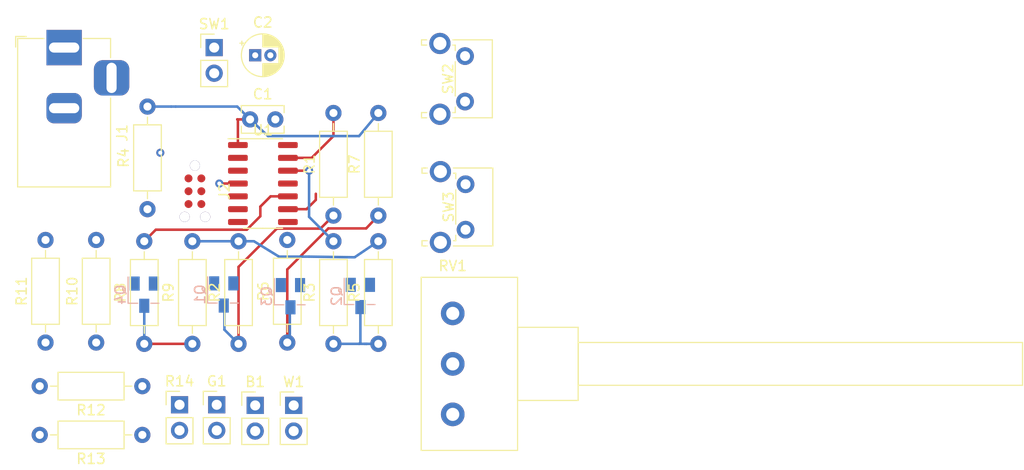
<source format=kicad_pcb>
(kicad_pcb (version 20171130) (host pcbnew "(5.1.6)-1")

  (general
    (thickness 1.6)
    (drawings 0)
    (tracks 60)
    (zones 0)
    (modules 30)
    (nets 28)
  )

  (page A4)
  (layers
    (0 F.Cu signal)
    (31 B.Cu signal)
    (32 B.Adhes user)
    (33 F.Adhes user)
    (34 B.Paste user)
    (35 F.Paste user)
    (36 B.SilkS user)
    (37 F.SilkS user)
    (38 B.Mask user)
    (39 F.Mask user)
    (40 Dwgs.User user)
    (41 Cmts.User user)
    (42 Eco1.User user)
    (43 Eco2.User user)
    (44 Edge.Cuts user)
    (45 Margin user)
    (46 B.CrtYd user)
    (47 F.CrtYd user)
    (48 B.Fab user)
    (49 F.Fab user)
  )

  (setup
    (last_trace_width 0.25)
    (trace_clearance 0.2)
    (zone_clearance 0.508)
    (zone_45_only no)
    (trace_min 0.2)
    (via_size 0.8)
    (via_drill 0.4)
    (via_min_size 0.4)
    (via_min_drill 0.3)
    (uvia_size 0.3)
    (uvia_drill 0.1)
    (uvias_allowed no)
    (uvia_min_size 0.2)
    (uvia_min_drill 0.1)
    (edge_width 0.05)
    (segment_width 0.2)
    (pcb_text_width 0.3)
    (pcb_text_size 1.5 1.5)
    (mod_edge_width 0.12)
    (mod_text_size 1 1)
    (mod_text_width 0.15)
    (pad_size 1.524 1.524)
    (pad_drill 0.762)
    (pad_to_mask_clearance 0.05)
    (aux_axis_origin 0 0)
    (visible_elements 7FFFFFFF)
    (pcbplotparams
      (layerselection 0x010fc_ffffffff)
      (usegerberextensions false)
      (usegerberattributes true)
      (usegerberadvancedattributes true)
      (creategerberjobfile true)
      (excludeedgelayer true)
      (linewidth 0.100000)
      (plotframeref false)
      (viasonmask false)
      (mode 1)
      (useauxorigin false)
      (hpglpennumber 1)
      (hpglpenspeed 20)
      (hpglpendiameter 15.000000)
      (psnegative false)
      (psa4output false)
      (plotreference true)
      (plotvalue true)
      (plotinvisibletext false)
      (padsonsilk false)
      (subtractmaskfromsilk false)
      (outputformat 1)
      (mirror false)
      (drillshape 1)
      (scaleselection 1)
      (outputdirectory ""))
  )

  (net 0 "")
  (net 1 "Net-(Q1-Pad3)")
  (net 2 GND)
  (net 3 "Net-(Q2-Pad3)")
  (net 4 "Net-(Q3-Pad3)")
  (net 5 "Net-(Q4-Pad3)")
  (net 6 "Net-(R1-Pad2)")
  (net 7 "Net-(R3-Pad2)")
  (net 8 "Net-(R6-Pad2)")
  (net 9 "Net-(R8-Pad2)")
  (net 10 SCK)
  (net 11 MISO)
  (net 12 MOSI)
  (net 13 "Net-(RV1-Pad2)")
  (net 14 "Net-(U1-Pad5)")
  (net 15 RST)
  (net 16 "Net-(U1-Pad3)")
  (net 17 "Net-(U1-Pad2)")
  (net 18 +5V)
  (net 19 "Net-(Q1-Pad1)")
  (net 20 "Net-(Q2-Pad1)")
  (net 21 "Net-(Q3-Pad1)")
  (net 22 "Net-(Q4-Pad1)")
  (net 23 "Net-(R13-Pad1)")
  (net 24 "Net-(B1-Pad1)")
  (net 25 "Net-(G1-Pad1)")
  (net 26 "Net-(R10-Pad1)")
  (net 27 "Net-(J1-Pad1)")

  (net_class Default "This is the default net class."
    (clearance 0.2)
    (trace_width 0.25)
    (via_dia 0.8)
    (via_drill 0.4)
    (uvia_dia 0.3)
    (uvia_drill 0.1)
    (add_net +5V)
    (add_net GND)
    (add_net MISO)
    (add_net MOSI)
    (add_net "Net-(B1-Pad1)")
    (add_net "Net-(G1-Pad1)")
    (add_net "Net-(J1-Pad1)")
    (add_net "Net-(Q1-Pad1)")
    (add_net "Net-(Q1-Pad3)")
    (add_net "Net-(Q2-Pad1)")
    (add_net "Net-(Q2-Pad3)")
    (add_net "Net-(Q3-Pad1)")
    (add_net "Net-(Q3-Pad3)")
    (add_net "Net-(Q4-Pad1)")
    (add_net "Net-(Q4-Pad3)")
    (add_net "Net-(R1-Pad2)")
    (add_net "Net-(R10-Pad1)")
    (add_net "Net-(R13-Pad1)")
    (add_net "Net-(R3-Pad2)")
    (add_net "Net-(R6-Pad2)")
    (add_net "Net-(R8-Pad2)")
    (add_net "Net-(RV1-Pad2)")
    (add_net "Net-(U1-Pad2)")
    (add_net "Net-(U1-Pad3)")
    (add_net "Net-(U1-Pad5)")
    (add_net RST)
    (add_net SCK)
  )

  (module Button_Switch_THT:SW_Tactile_SPST_Angled_PTS645Vx31-2LFS (layer F.Cu) (tedit 5A02FE31) (tstamp 5EF9A010)
    (at 161.494 62.566 270)
    (descr "tactile switch SPST right angle, PTS645VL31-2 LFS")
    (tags "tactile switch SPST angled PTS645VL31-2 LFS C&K Button")
    (path /5EF98B6F)
    (fp_text reference SW2 (at 2.25 1.68 90) (layer F.SilkS)
      (effects (font (size 1 1) (thickness 0.15)))
    )
    (fp_text value SW_SPST (at 2.25 5.38988 90) (layer F.Fab)
      (effects (font (size 1 1) (thickness 0.15)))
    )
    (fp_line (start 0.55 0.97) (end 3.95 0.97) (layer F.SilkS) (width 0.12))
    (fp_line (start -1.09 0.97) (end -0.55 0.97) (layer F.SilkS) (width 0.12))
    (fp_line (start 6.11 3.8) (end 6.11 4.31) (layer F.SilkS) (width 0.12))
    (fp_line (start 5.59 4.31) (end 6.11 4.31) (layer F.SilkS) (width 0.12))
    (fp_line (start 5.59 3.8) (end 5.59 4.31) (layer F.SilkS) (width 0.12))
    (fp_line (start 5.05 0.97) (end 5.59 0.97) (layer F.SilkS) (width 0.12))
    (fp_line (start -1.61 3.8) (end -1.61 4.31) (layer F.SilkS) (width 0.12))
    (fp_line (start -1.09 3.8) (end -1.09 4.31) (layer F.SilkS) (width 0.12))
    (fp_line (start 5.59 0.97) (end 5.59 1.2) (layer F.SilkS) (width 0.12))
    (fp_line (start -1.2 4.2) (end -1.2 0.86) (layer F.Fab) (width 0.1))
    (fp_line (start 5.7 4.2) (end 6 4.2) (layer F.Fab) (width 0.1))
    (fp_line (start -1.5 4.2) (end -1.5 -2.59) (layer F.Fab) (width 0.1))
    (fp_line (start -1.5 -2.59) (end 6 -2.59) (layer F.Fab) (width 0.1))
    (fp_line (start -1.61 -2.7) (end -1.61 1.2) (layer F.SilkS) (width 0.12))
    (fp_line (start -1.61 4.31) (end -1.09 4.31) (layer F.SilkS) (width 0.12))
    (fp_line (start 6.11 -2.7) (end 6.11 1.2) (layer F.SilkS) (width 0.12))
    (fp_line (start -1.61 -2.7) (end 6.11 -2.7) (layer F.SilkS) (width 0.12))
    (fp_line (start -2.5 4.45) (end -2.5 -2.8) (layer F.CrtYd) (width 0.05))
    (fp_line (start 7.05 4.45) (end -2.5 4.45) (layer F.CrtYd) (width 0.05))
    (fp_line (start 7.05 -2.8) (end 7.05 4.45) (layer F.CrtYd) (width 0.05))
    (fp_line (start -2.5 -2.8) (end 7.05 -2.8) (layer F.CrtYd) (width 0.05))
    (fp_line (start 6 4.2) (end 6 -2.59) (layer F.Fab) (width 0.1))
    (fp_line (start -1.2 0.86) (end 5.7 0.86) (layer F.Fab) (width 0.1))
    (fp_line (start -1.5 4.2) (end -1.2 4.2) (layer F.Fab) (width 0.1))
    (fp_line (start 5.7 4.2) (end 5.7 0.86) (layer F.Fab) (width 0.1))
    (fp_line (start -1.09 0.97) (end -1.09 1.2) (layer F.SilkS) (width 0.12))
    (fp_line (start 0.5 -3.15) (end 0.5 -2.59) (layer F.Fab) (width 0.1))
    (fp_line (start 0.5 -3.15) (end 4 -3.15) (layer F.Fab) (width 0.1))
    (fp_line (start 4 -3.15) (end 4 -2.59) (layer F.Fab) (width 0.1))
    (fp_text user %R (at 2.25 1.68 90) (layer F.Fab)
      (effects (font (size 1 1) (thickness 0.15)))
    )
    (pad "" thru_hole circle (at -1.25 2.49 270) (size 2.1 2.1) (drill 1.3) (layers *.Cu *.Mask))
    (pad 1 thru_hole circle (at 0 0 270) (size 1.75 1.75) (drill 0.99) (layers *.Cu *.Mask)
      (net 10 SCK))
    (pad 2 thru_hole circle (at 4.5 0 270) (size 1.75 1.75) (drill 0.99) (layers *.Cu *.Mask)
      (net 2 GND))
    (pad "" thru_hole circle (at 5.76 2.49 270) (size 2.1 2.1) (drill 1.3) (layers *.Cu *.Mask))
    (model ${KISYS3DMOD}/Button_Switch_THT.3dshapes/SW_Tactile_SPST_Angled_PTS645Vx31-2LFS.wrl
      (at (xyz 0 0 0))
      (scale (xyz 1 1 1))
      (rotate (xyz 0 0 0))
    )
  )

  (module tag-connect:TC2030-IDC-NL-10 (layer F.Cu) (tedit 5EFCDFD9) (tstamp 5EFD3D41)
    (at 134.747 75.946 270)
    (path /5EFDA11E)
    (fp_text reference J2 (at 0 -2.921 90) (layer F.SilkS)
      (effects (font (size 1 1) (thickness 0.15)))
    )
    (fp_text value AVR-ISP-TAG-CONNECT-6 (at 0 2.921 90) (layer F.Fab)
      (effects (font (size 1 1) (thickness 0.15)))
    )
    (pad "" thru_hole circle (at 2.54 1.016 270) (size 1 1) (drill 0.991) (layers *.Cu *.Mask))
    (pad "" thru_hole circle (at 2.54 -1.016 270) (size 1 1) (drill 0.991) (layers *.Cu *.Mask))
    (pad "" thru_hole circle (at -2.54 0 270) (size 1 1) (drill 0.991) (layers *.Cu *.Mask))
    (pad 5 smd circle (at 1.27 0.635 270) (size 0.787 0.787) (layers F.Cu F.Paste F.Mask)
      (net 15 RST))
    (pad 1 smd circle (at -1.27 0.635 270) (size 0.787 0.787) (layers F.Cu F.Paste F.Mask)
      (net 11 MISO))
    (pad 3 smd circle (at 0 0.635 270) (size 0.787 0.787) (layers F.Cu F.Paste F.Mask Dwgs.User)
      (net 10 SCK))
    (pad 6 smd circle (at 1.27 -0.635 270) (size 0.787 0.787) (layers F.Cu F.Paste F.Mask)
      (net 2 GND))
    (pad 2 smd circle (at -1.27 -0.635 270) (size 0.787 0.787) (layers F.Cu F.Paste F.Mask)
      (net 18 +5V))
    (pad 4 smd circle (at 0 -0.635 270) (size 0.787 0.787) (layers F.Cu F.Paste F.Mask)
      (net 12 MOSI))
  )

  (module Connector_PinHeader_2.54mm:PinHeader_1x02_P2.54mm_Vertical (layer F.Cu) (tedit 59FED5CC) (tstamp 5EFAAEC5)
    (at 136.652 61.722)
    (descr "Through hole straight pin header, 1x02, 2.54mm pitch, single row")
    (tags "Through hole pin header THT 1x02 2.54mm single row")
    (path /5F09EC00)
    (fp_text reference SW1 (at 0 -2.33) (layer F.SilkS)
      (effects (font (size 1 1) (thickness 0.15)))
    )
    (fp_text value SW_SPST (at 0 4.87) (layer F.Fab)
      (effects (font (size 1 1) (thickness 0.15)))
    )
    (fp_line (start 1.8 -1.8) (end -1.8 -1.8) (layer F.CrtYd) (width 0.05))
    (fp_line (start 1.8 4.35) (end 1.8 -1.8) (layer F.CrtYd) (width 0.05))
    (fp_line (start -1.8 4.35) (end 1.8 4.35) (layer F.CrtYd) (width 0.05))
    (fp_line (start -1.8 -1.8) (end -1.8 4.35) (layer F.CrtYd) (width 0.05))
    (fp_line (start -1.33 -1.33) (end 0 -1.33) (layer F.SilkS) (width 0.12))
    (fp_line (start -1.33 0) (end -1.33 -1.33) (layer F.SilkS) (width 0.12))
    (fp_line (start -1.33 1.27) (end 1.33 1.27) (layer F.SilkS) (width 0.12))
    (fp_line (start 1.33 1.27) (end 1.33 3.87) (layer F.SilkS) (width 0.12))
    (fp_line (start -1.33 1.27) (end -1.33 3.87) (layer F.SilkS) (width 0.12))
    (fp_line (start -1.33 3.87) (end 1.33 3.87) (layer F.SilkS) (width 0.12))
    (fp_line (start -1.27 -0.635) (end -0.635 -1.27) (layer F.Fab) (width 0.1))
    (fp_line (start -1.27 3.81) (end -1.27 -0.635) (layer F.Fab) (width 0.1))
    (fp_line (start 1.27 3.81) (end -1.27 3.81) (layer F.Fab) (width 0.1))
    (fp_line (start 1.27 -1.27) (end 1.27 3.81) (layer F.Fab) (width 0.1))
    (fp_line (start -0.635 -1.27) (end 1.27 -1.27) (layer F.Fab) (width 0.1))
    (fp_text user %R (at 0 1.27 90) (layer F.Fab)
      (effects (font (size 1 1) (thickness 0.15)))
    )
    (pad 2 thru_hole oval (at 0 2.54) (size 1.7 1.7) (drill 1) (layers *.Cu *.Mask)
      (net 18 +5V))
    (pad 1 thru_hole rect (at 0 0) (size 1.7 1.7) (drill 1) (layers *.Cu *.Mask)
      (net 27 "Net-(J1-Pad1)"))
    (model ${KISYS3DMOD}/Connector_PinHeader_2.54mm.3dshapes/PinHeader_1x02_P2.54mm_Vertical.wrl
      (at (xyz 0 0 0))
      (scale (xyz 1 1 1))
      (rotate (xyz 0 0 0))
    )
  )

  (module Potentiometer_THT:Potentiometer_Omeg_PC16BU_Horizontal (layer F.Cu) (tedit 5A3D4993) (tstamp 5EFA9BF0)
    (at 160.274 98.044)
    (descr "Potentiometer, horizontal, Omeg PC16BU, http://www.omeg.co.uk/pc6bubrc.htm")
    (tags "Potentiometer horizontal Omeg PC16BU")
    (path /5EF8C7F6)
    (fp_text reference RV1 (at 0 -14.7) (layer F.SilkS)
      (effects (font (size 1 1) (thickness 0.15)))
    )
    (fp_text value R_POT (at 0 4.7) (layer F.Fab)
      (effects (font (size 1 1) (thickness 0.15)))
    )
    (fp_line (start 56.55 -13.7) (end -3.3 -13.7) (layer F.CrtYd) (width 0.05))
    (fp_line (start 56.55 3.7) (end 56.55 -13.7) (layer F.CrtYd) (width 0.05))
    (fp_line (start -3.3 3.7) (end 56.55 3.7) (layer F.CrtYd) (width 0.05))
    (fp_line (start -3.3 -13.7) (end -3.3 3.7) (layer F.CrtYd) (width 0.05))
    (fp_line (start 56.42 -7.12) (end 56.42 -2.88) (layer F.SilkS) (width 0.12))
    (fp_line (start 12.42 -7.12) (end 12.42 -2.88) (layer F.SilkS) (width 0.12))
    (fp_line (start 12.42 -2.88) (end 56.42 -2.88) (layer F.SilkS) (width 0.12))
    (fp_line (start 12.42 -7.12) (end 56.42 -7.12) (layer F.SilkS) (width 0.12))
    (fp_line (start 12.42 -8.62) (end 12.42 -1.38) (layer F.SilkS) (width 0.12))
    (fp_line (start 6.42 -8.62) (end 6.42 -1.38) (layer F.SilkS) (width 0.12))
    (fp_line (start 6.42 -1.38) (end 12.42 -1.38) (layer F.SilkS) (width 0.12))
    (fp_line (start 6.42 -8.62) (end 12.42 -8.62) (layer F.SilkS) (width 0.12))
    (fp_line (start 6.42 -13.57) (end 6.42 3.57) (layer F.SilkS) (width 0.12))
    (fp_line (start -3.121 -13.57) (end -3.121 3.57) (layer F.SilkS) (width 0.12))
    (fp_line (start -3.121 3.57) (end 6.42 3.57) (layer F.SilkS) (width 0.12))
    (fp_line (start -3.121 -13.57) (end 6.42 -13.57) (layer F.SilkS) (width 0.12))
    (fp_line (start 56.3 -7) (end 12.3 -7) (layer F.Fab) (width 0.1))
    (fp_line (start 56.3 -3) (end 56.3 -7) (layer F.Fab) (width 0.1))
    (fp_line (start 12.3 -3) (end 56.3 -3) (layer F.Fab) (width 0.1))
    (fp_line (start 12.3 -7) (end 12.3 -3) (layer F.Fab) (width 0.1))
    (fp_line (start 12.3 -8.5) (end 6.3 -8.5) (layer F.Fab) (width 0.1))
    (fp_line (start 12.3 -1.5) (end 12.3 -8.5) (layer F.Fab) (width 0.1))
    (fp_line (start 6.3 -1.5) (end 12.3 -1.5) (layer F.Fab) (width 0.1))
    (fp_line (start 6.3 -8.5) (end 6.3 -1.5) (layer F.Fab) (width 0.1))
    (fp_line (start 6.3 -13.45) (end -3 -13.45) (layer F.Fab) (width 0.1))
    (fp_line (start 6.3 3.45) (end 6.3 -13.45) (layer F.Fab) (width 0.1))
    (fp_line (start -3 3.45) (end 6.3 3.45) (layer F.Fab) (width 0.1))
    (fp_line (start -3 -13.45) (end -3 3.45) (layer F.Fab) (width 0.1))
    (fp_text user %R (at 1.65 -5) (layer F.Fab)
      (effects (font (size 1 1) (thickness 0.15)))
    )
    (pad 1 thru_hole circle (at 0 0) (size 2.34 2.34) (drill 1.3) (layers *.Cu *.Mask)
      (net 18 +5V))
    (pad 2 thru_hole circle (at 0 -5) (size 2.34 2.34) (drill 1.3) (layers *.Cu *.Mask)
      (net 13 "Net-(RV1-Pad2)"))
    (pad 3 thru_hole circle (at 0 -10) (size 2.34 2.34) (drill 1.3) (layers *.Cu *.Mask)
      (net 2 GND))
    (model ${KISYS3DMOD}/Potentiometer_THT.3dshapes/Potentiometer_Omeg_PC16BU_Horizontal.wrl
      (at (xyz 0 0 0))
      (scale (xyz 1 1 1))
      (rotate (xyz 0 0 0))
    )
  )

  (module Button_Switch_THT:SW_Tactile_SPST_Angled_PTS645Vx31-2LFS (layer F.Cu) (tedit 5A02FE31) (tstamp 5EF9A026)
    (at 161.544 75.256 270)
    (descr "tactile switch SPST right angle, PTS645VL31-2 LFS")
    (tags "tactile switch SPST angled PTS645VL31-2 LFS C&K Button")
    (path /5EF9ABA6)
    (fp_text reference SW3 (at 2.25 1.68 90) (layer F.SilkS)
      (effects (font (size 1 1) (thickness 0.15)))
    )
    (fp_text value SW_SPST (at 2.25 5.38988 90) (layer F.Fab)
      (effects (font (size 1 1) (thickness 0.15)))
    )
    (fp_line (start 0.55 0.97) (end 3.95 0.97) (layer F.SilkS) (width 0.12))
    (fp_line (start -1.09 0.97) (end -0.55 0.97) (layer F.SilkS) (width 0.12))
    (fp_line (start 6.11 3.8) (end 6.11 4.31) (layer F.SilkS) (width 0.12))
    (fp_line (start 5.59 4.31) (end 6.11 4.31) (layer F.SilkS) (width 0.12))
    (fp_line (start 5.59 3.8) (end 5.59 4.31) (layer F.SilkS) (width 0.12))
    (fp_line (start 5.05 0.97) (end 5.59 0.97) (layer F.SilkS) (width 0.12))
    (fp_line (start -1.61 3.8) (end -1.61 4.31) (layer F.SilkS) (width 0.12))
    (fp_line (start -1.09 3.8) (end -1.09 4.31) (layer F.SilkS) (width 0.12))
    (fp_line (start 5.59 0.97) (end 5.59 1.2) (layer F.SilkS) (width 0.12))
    (fp_line (start -1.2 4.2) (end -1.2 0.86) (layer F.Fab) (width 0.1))
    (fp_line (start 5.7 4.2) (end 6 4.2) (layer F.Fab) (width 0.1))
    (fp_line (start -1.5 4.2) (end -1.5 -2.59) (layer F.Fab) (width 0.1))
    (fp_line (start -1.5 -2.59) (end 6 -2.59) (layer F.Fab) (width 0.1))
    (fp_line (start -1.61 -2.7) (end -1.61 1.2) (layer F.SilkS) (width 0.12))
    (fp_line (start -1.61 4.31) (end -1.09 4.31) (layer F.SilkS) (width 0.12))
    (fp_line (start 6.11 -2.7) (end 6.11 1.2) (layer F.SilkS) (width 0.12))
    (fp_line (start -1.61 -2.7) (end 6.11 -2.7) (layer F.SilkS) (width 0.12))
    (fp_line (start -2.5 4.45) (end -2.5 -2.8) (layer F.CrtYd) (width 0.05))
    (fp_line (start 7.05 4.45) (end -2.5 4.45) (layer F.CrtYd) (width 0.05))
    (fp_line (start 7.05 -2.8) (end 7.05 4.45) (layer F.CrtYd) (width 0.05))
    (fp_line (start -2.5 -2.8) (end 7.05 -2.8) (layer F.CrtYd) (width 0.05))
    (fp_line (start 6 4.2) (end 6 -2.59) (layer F.Fab) (width 0.1))
    (fp_line (start -1.2 0.86) (end 5.7 0.86) (layer F.Fab) (width 0.1))
    (fp_line (start -1.5 4.2) (end -1.2 4.2) (layer F.Fab) (width 0.1))
    (fp_line (start 5.7 4.2) (end 5.7 0.86) (layer F.Fab) (width 0.1))
    (fp_line (start -1.09 0.97) (end -1.09 1.2) (layer F.SilkS) (width 0.12))
    (fp_line (start 0.5 -3.15) (end 0.5 -2.59) (layer F.Fab) (width 0.1))
    (fp_line (start 0.5 -3.15) (end 4 -3.15) (layer F.Fab) (width 0.1))
    (fp_line (start 4 -3.15) (end 4 -2.59) (layer F.Fab) (width 0.1))
    (fp_text user %R (at 2.25 1.68 90) (layer F.Fab)
      (effects (font (size 1 1) (thickness 0.15)))
    )
    (pad "" thru_hole circle (at -1.25 2.49 270) (size 2.1 2.1) (drill 1.3) (layers *.Cu *.Mask))
    (pad 1 thru_hole circle (at 0 0 270) (size 1.75 1.75) (drill 0.99) (layers *.Cu *.Mask)
      (net 11 MISO))
    (pad 2 thru_hole circle (at 4.5 0 270) (size 1.75 1.75) (drill 0.99) (layers *.Cu *.Mask)
      (net 2 GND))
    (pad "" thru_hole circle (at 5.76 2.49 270) (size 2.1 2.1) (drill 1.3) (layers *.Cu *.Mask))
    (model ${KISYS3DMOD}/Button_Switch_THT.3dshapes/SW_Tactile_SPST_Angled_PTS645Vx31-2LFS.wrl
      (at (xyz 0 0 0))
      (scale (xyz 1 1 1))
      (rotate (xyz 0 0 0))
    )
  )

  (module Connector_BarrelJack:BarrelJack_Horizontal (layer F.Cu) (tedit 5A1DBF6A) (tstamp 5EFA286F)
    (at 121.793 61.722 90)
    (descr "DC Barrel Jack")
    (tags "Power Jack")
    (path /5F07A229)
    (fp_text reference J1 (at -8.45 5.75 90) (layer F.SilkS)
      (effects (font (size 1 1) (thickness 0.15)))
    )
    (fp_text value Barrel_Jack_Switch_Pin3Ring (at -6.2 -5.5 90) (layer F.Fab)
      (effects (font (size 1 1) (thickness 0.15)))
    )
    (fp_line (start 0 -4.5) (end -13.7 -4.5) (layer F.Fab) (width 0.1))
    (fp_line (start 0.8 4.5) (end 0.8 -3.75) (layer F.Fab) (width 0.1))
    (fp_line (start -13.7 4.5) (end 0.8 4.5) (layer F.Fab) (width 0.1))
    (fp_line (start -13.7 -4.5) (end -13.7 4.5) (layer F.Fab) (width 0.1))
    (fp_line (start -10.2 -4.5) (end -10.2 4.5) (layer F.Fab) (width 0.1))
    (fp_line (start 0.9 -4.6) (end 0.9 -2) (layer F.SilkS) (width 0.12))
    (fp_line (start -13.8 -4.6) (end 0.9 -4.6) (layer F.SilkS) (width 0.12))
    (fp_line (start 0.9 4.6) (end -1 4.6) (layer F.SilkS) (width 0.12))
    (fp_line (start 0.9 1.9) (end 0.9 4.6) (layer F.SilkS) (width 0.12))
    (fp_line (start -13.8 4.6) (end -13.8 -4.6) (layer F.SilkS) (width 0.12))
    (fp_line (start -5 4.6) (end -13.8 4.6) (layer F.SilkS) (width 0.12))
    (fp_line (start -14 4.75) (end -14 -4.75) (layer F.CrtYd) (width 0.05))
    (fp_line (start -5 4.75) (end -14 4.75) (layer F.CrtYd) (width 0.05))
    (fp_line (start -5 6.75) (end -5 4.75) (layer F.CrtYd) (width 0.05))
    (fp_line (start -1 6.75) (end -5 6.75) (layer F.CrtYd) (width 0.05))
    (fp_line (start -1 4.75) (end -1 6.75) (layer F.CrtYd) (width 0.05))
    (fp_line (start 1 4.75) (end -1 4.75) (layer F.CrtYd) (width 0.05))
    (fp_line (start 1 2) (end 1 4.75) (layer F.CrtYd) (width 0.05))
    (fp_line (start 2 2) (end 1 2) (layer F.CrtYd) (width 0.05))
    (fp_line (start 2 -2) (end 2 2) (layer F.CrtYd) (width 0.05))
    (fp_line (start 1 -2) (end 2 -2) (layer F.CrtYd) (width 0.05))
    (fp_line (start 1 -4.5) (end 1 -2) (layer F.CrtYd) (width 0.05))
    (fp_line (start 1 -4.75) (end -14 -4.75) (layer F.CrtYd) (width 0.05))
    (fp_line (start 1 -4.5) (end 1 -4.75) (layer F.CrtYd) (width 0.05))
    (fp_line (start 0.05 -4.8) (end 1.1 -4.8) (layer F.SilkS) (width 0.12))
    (fp_line (start 1.1 -3.75) (end 1.1 -4.8) (layer F.SilkS) (width 0.12))
    (fp_line (start -0.003213 -4.505425) (end 0.8 -3.75) (layer F.Fab) (width 0.1))
    (fp_text user %R (at -3 -2.95 90) (layer F.Fab)
      (effects (font (size 1 1) (thickness 0.15)))
    )
    (pad 3 thru_hole roundrect (at -3 4.7 90) (size 3.5 3.5) (drill oval 3 1) (layers *.Cu *.Mask) (roundrect_rratio 0.25)
      (net 2 GND))
    (pad 2 thru_hole roundrect (at -6 0 90) (size 3 3.5) (drill oval 1 3) (layers *.Cu *.Mask) (roundrect_rratio 0.25)
      (net 2 GND))
    (pad 1 thru_hole rect (at 0 0 90) (size 3.5 3.5) (drill oval 1 3) (layers *.Cu *.Mask)
      (net 27 "Net-(J1-Pad1)"))
    (model ${KISYS3DMOD}/Connector_BarrelJack.3dshapes/BarrelJack_Horizontal.wrl
      (at (xyz 0 0 0))
      (scale (xyz 1 1 1))
      (rotate (xyz 0 0 0))
    )
  )

  (module Capacitor_THT:CP_Radial_D4.0mm_P1.50mm (layer F.Cu) (tedit 5AE50EF0) (tstamp 5EFA0C77)
    (at 140.716 62.484)
    (descr "CP, Radial series, Radial, pin pitch=1.50mm, , diameter=4mm, Electrolytic Capacitor")
    (tags "CP Radial series Radial pin pitch 1.50mm  diameter 4mm Electrolytic Capacitor")
    (path /5F0647AF)
    (fp_text reference C2 (at 0.75 -3.25) (layer F.SilkS)
      (effects (font (size 1 1) (thickness 0.15)))
    )
    (fp_text value 1uF (at 0.75 3.25) (layer F.Fab)
      (effects (font (size 1 1) (thickness 0.15)))
    )
    (fp_line (start -1.319801 -1.395) (end -1.319801 -0.995) (layer F.SilkS) (width 0.12))
    (fp_line (start -1.519801 -1.195) (end -1.119801 -1.195) (layer F.SilkS) (width 0.12))
    (fp_line (start 2.831 -0.37) (end 2.831 0.37) (layer F.SilkS) (width 0.12))
    (fp_line (start 2.791 -0.537) (end 2.791 0.537) (layer F.SilkS) (width 0.12))
    (fp_line (start 2.751 -0.664) (end 2.751 0.664) (layer F.SilkS) (width 0.12))
    (fp_line (start 2.711 -0.768) (end 2.711 0.768) (layer F.SilkS) (width 0.12))
    (fp_line (start 2.671 -0.859) (end 2.671 0.859) (layer F.SilkS) (width 0.12))
    (fp_line (start 2.631 -0.94) (end 2.631 0.94) (layer F.SilkS) (width 0.12))
    (fp_line (start 2.591 -1.013) (end 2.591 1.013) (layer F.SilkS) (width 0.12))
    (fp_line (start 2.551 -1.08) (end 2.551 1.08) (layer F.SilkS) (width 0.12))
    (fp_line (start 2.511 -1.142) (end 2.511 1.142) (layer F.SilkS) (width 0.12))
    (fp_line (start 2.471 -1.2) (end 2.471 1.2) (layer F.SilkS) (width 0.12))
    (fp_line (start 2.431 -1.254) (end 2.431 1.254) (layer F.SilkS) (width 0.12))
    (fp_line (start 2.391 -1.304) (end 2.391 1.304) (layer F.SilkS) (width 0.12))
    (fp_line (start 2.351 -1.351) (end 2.351 1.351) (layer F.SilkS) (width 0.12))
    (fp_line (start 2.311 0.84) (end 2.311 1.396) (layer F.SilkS) (width 0.12))
    (fp_line (start 2.311 -1.396) (end 2.311 -0.84) (layer F.SilkS) (width 0.12))
    (fp_line (start 2.271 0.84) (end 2.271 1.438) (layer F.SilkS) (width 0.12))
    (fp_line (start 2.271 -1.438) (end 2.271 -0.84) (layer F.SilkS) (width 0.12))
    (fp_line (start 2.231 0.84) (end 2.231 1.478) (layer F.SilkS) (width 0.12))
    (fp_line (start 2.231 -1.478) (end 2.231 -0.84) (layer F.SilkS) (width 0.12))
    (fp_line (start 2.191 0.84) (end 2.191 1.516) (layer F.SilkS) (width 0.12))
    (fp_line (start 2.191 -1.516) (end 2.191 -0.84) (layer F.SilkS) (width 0.12))
    (fp_line (start 2.151 0.84) (end 2.151 1.552) (layer F.SilkS) (width 0.12))
    (fp_line (start 2.151 -1.552) (end 2.151 -0.84) (layer F.SilkS) (width 0.12))
    (fp_line (start 2.111 0.84) (end 2.111 1.587) (layer F.SilkS) (width 0.12))
    (fp_line (start 2.111 -1.587) (end 2.111 -0.84) (layer F.SilkS) (width 0.12))
    (fp_line (start 2.071 0.84) (end 2.071 1.619) (layer F.SilkS) (width 0.12))
    (fp_line (start 2.071 -1.619) (end 2.071 -0.84) (layer F.SilkS) (width 0.12))
    (fp_line (start 2.031 0.84) (end 2.031 1.65) (layer F.SilkS) (width 0.12))
    (fp_line (start 2.031 -1.65) (end 2.031 -0.84) (layer F.SilkS) (width 0.12))
    (fp_line (start 1.991 0.84) (end 1.991 1.68) (layer F.SilkS) (width 0.12))
    (fp_line (start 1.991 -1.68) (end 1.991 -0.84) (layer F.SilkS) (width 0.12))
    (fp_line (start 1.951 0.84) (end 1.951 1.708) (layer F.SilkS) (width 0.12))
    (fp_line (start 1.951 -1.708) (end 1.951 -0.84) (layer F.SilkS) (width 0.12))
    (fp_line (start 1.911 0.84) (end 1.911 1.735) (layer F.SilkS) (width 0.12))
    (fp_line (start 1.911 -1.735) (end 1.911 -0.84) (layer F.SilkS) (width 0.12))
    (fp_line (start 1.871 0.84) (end 1.871 1.76) (layer F.SilkS) (width 0.12))
    (fp_line (start 1.871 -1.76) (end 1.871 -0.84) (layer F.SilkS) (width 0.12))
    (fp_line (start 1.831 0.84) (end 1.831 1.785) (layer F.SilkS) (width 0.12))
    (fp_line (start 1.831 -1.785) (end 1.831 -0.84) (layer F.SilkS) (width 0.12))
    (fp_line (start 1.791 0.84) (end 1.791 1.808) (layer F.SilkS) (width 0.12))
    (fp_line (start 1.791 -1.808) (end 1.791 -0.84) (layer F.SilkS) (width 0.12))
    (fp_line (start 1.751 0.84) (end 1.751 1.83) (layer F.SilkS) (width 0.12))
    (fp_line (start 1.751 -1.83) (end 1.751 -0.84) (layer F.SilkS) (width 0.12))
    (fp_line (start 1.711 0.84) (end 1.711 1.851) (layer F.SilkS) (width 0.12))
    (fp_line (start 1.711 -1.851) (end 1.711 -0.84) (layer F.SilkS) (width 0.12))
    (fp_line (start 1.671 0.84) (end 1.671 1.87) (layer F.SilkS) (width 0.12))
    (fp_line (start 1.671 -1.87) (end 1.671 -0.84) (layer F.SilkS) (width 0.12))
    (fp_line (start 1.631 0.84) (end 1.631 1.889) (layer F.SilkS) (width 0.12))
    (fp_line (start 1.631 -1.889) (end 1.631 -0.84) (layer F.SilkS) (width 0.12))
    (fp_line (start 1.591 0.84) (end 1.591 1.907) (layer F.SilkS) (width 0.12))
    (fp_line (start 1.591 -1.907) (end 1.591 -0.84) (layer F.SilkS) (width 0.12))
    (fp_line (start 1.551 0.84) (end 1.551 1.924) (layer F.SilkS) (width 0.12))
    (fp_line (start 1.551 -1.924) (end 1.551 -0.84) (layer F.SilkS) (width 0.12))
    (fp_line (start 1.511 0.84) (end 1.511 1.94) (layer F.SilkS) (width 0.12))
    (fp_line (start 1.511 -1.94) (end 1.511 -0.84) (layer F.SilkS) (width 0.12))
    (fp_line (start 1.471 0.84) (end 1.471 1.954) (layer F.SilkS) (width 0.12))
    (fp_line (start 1.471 -1.954) (end 1.471 -0.84) (layer F.SilkS) (width 0.12))
    (fp_line (start 1.43 0.84) (end 1.43 1.968) (layer F.SilkS) (width 0.12))
    (fp_line (start 1.43 -1.968) (end 1.43 -0.84) (layer F.SilkS) (width 0.12))
    (fp_line (start 1.39 0.84) (end 1.39 1.982) (layer F.SilkS) (width 0.12))
    (fp_line (start 1.39 -1.982) (end 1.39 -0.84) (layer F.SilkS) (width 0.12))
    (fp_line (start 1.35 0.84) (end 1.35 1.994) (layer F.SilkS) (width 0.12))
    (fp_line (start 1.35 -1.994) (end 1.35 -0.84) (layer F.SilkS) (width 0.12))
    (fp_line (start 1.31 0.84) (end 1.31 2.005) (layer F.SilkS) (width 0.12))
    (fp_line (start 1.31 -2.005) (end 1.31 -0.84) (layer F.SilkS) (width 0.12))
    (fp_line (start 1.27 0.84) (end 1.27 2.016) (layer F.SilkS) (width 0.12))
    (fp_line (start 1.27 -2.016) (end 1.27 -0.84) (layer F.SilkS) (width 0.12))
    (fp_line (start 1.23 0.84) (end 1.23 2.025) (layer F.SilkS) (width 0.12))
    (fp_line (start 1.23 -2.025) (end 1.23 -0.84) (layer F.SilkS) (width 0.12))
    (fp_line (start 1.19 0.84) (end 1.19 2.034) (layer F.SilkS) (width 0.12))
    (fp_line (start 1.19 -2.034) (end 1.19 -0.84) (layer F.SilkS) (width 0.12))
    (fp_line (start 1.15 0.84) (end 1.15 2.042) (layer F.SilkS) (width 0.12))
    (fp_line (start 1.15 -2.042) (end 1.15 -0.84) (layer F.SilkS) (width 0.12))
    (fp_line (start 1.11 0.84) (end 1.11 2.05) (layer F.SilkS) (width 0.12))
    (fp_line (start 1.11 -2.05) (end 1.11 -0.84) (layer F.SilkS) (width 0.12))
    (fp_line (start 1.07 0.84) (end 1.07 2.056) (layer F.SilkS) (width 0.12))
    (fp_line (start 1.07 -2.056) (end 1.07 -0.84) (layer F.SilkS) (width 0.12))
    (fp_line (start 1.03 0.84) (end 1.03 2.062) (layer F.SilkS) (width 0.12))
    (fp_line (start 1.03 -2.062) (end 1.03 -0.84) (layer F.SilkS) (width 0.12))
    (fp_line (start 0.99 0.84) (end 0.99 2.067) (layer F.SilkS) (width 0.12))
    (fp_line (start 0.99 -2.067) (end 0.99 -0.84) (layer F.SilkS) (width 0.12))
    (fp_line (start 0.95 0.84) (end 0.95 2.071) (layer F.SilkS) (width 0.12))
    (fp_line (start 0.95 -2.071) (end 0.95 -0.84) (layer F.SilkS) (width 0.12))
    (fp_line (start 0.91 0.84) (end 0.91 2.074) (layer F.SilkS) (width 0.12))
    (fp_line (start 0.91 -2.074) (end 0.91 -0.84) (layer F.SilkS) (width 0.12))
    (fp_line (start 0.87 0.84) (end 0.87 2.077) (layer F.SilkS) (width 0.12))
    (fp_line (start 0.87 -2.077) (end 0.87 -0.84) (layer F.SilkS) (width 0.12))
    (fp_line (start 0.83 -2.079) (end 0.83 -0.84) (layer F.SilkS) (width 0.12))
    (fp_line (start 0.83 0.84) (end 0.83 2.079) (layer F.SilkS) (width 0.12))
    (fp_line (start 0.79 -2.08) (end 0.79 -0.84) (layer F.SilkS) (width 0.12))
    (fp_line (start 0.79 0.84) (end 0.79 2.08) (layer F.SilkS) (width 0.12))
    (fp_line (start 0.75 -2.08) (end 0.75 -0.84) (layer F.SilkS) (width 0.12))
    (fp_line (start 0.75 0.84) (end 0.75 2.08) (layer F.SilkS) (width 0.12))
    (fp_line (start -0.752554 -1.0675) (end -0.752554 -0.6675) (layer F.Fab) (width 0.1))
    (fp_line (start -0.952554 -0.8675) (end -0.552554 -0.8675) (layer F.Fab) (width 0.1))
    (fp_circle (center 0.75 0) (end 3 0) (layer F.CrtYd) (width 0.05))
    (fp_circle (center 0.75 0) (end 2.87 0) (layer F.SilkS) (width 0.12))
    (fp_circle (center 0.75 0) (end 2.75 0) (layer F.Fab) (width 0.1))
    (fp_text user %R (at 0.75 0) (layer F.Fab)
      (effects (font (size 0.8 0.8) (thickness 0.12)))
    )
    (pad 2 thru_hole circle (at 1.5 0) (size 1.2 1.2) (drill 0.6) (layers *.Cu *.Mask)
      (net 2 GND))
    (pad 1 thru_hole rect (at 0 0) (size 1.2 1.2) (drill 0.6) (layers *.Cu *.Mask)
      (net 18 +5V))
    (model ${KISYS3DMOD}/Capacitor_THT.3dshapes/CP_Radial_D4.0mm_P1.50mm.wrl
      (at (xyz 0 0 0))
      (scale (xyz 1 1 1))
      (rotate (xyz 0 0 0))
    )
  )

  (module Resistor_THT:R_Axial_DIN0207_L6.3mm_D2.5mm_P10.16mm_Horizontal (layer F.Cu) (tedit 5AE5139B) (tstamp 5EF86D88)
    (at 139.065 91.059 90)
    (descr "Resistor, Axial_DIN0207 series, Axial, Horizontal, pin pitch=10.16mm, 0.25W = 1/4W, length*diameter=6.3*2.5mm^2, http://cdn-reichelt.de/documents/datenblatt/B400/1_4W%23YAG.pdf")
    (tags "Resistor Axial_DIN0207 series Axial Horizontal pin pitch 10.16mm 0.25W = 1/4W length 6.3mm diameter 2.5mm")
    (path /5EFB33EE)
    (fp_text reference R2 (at 5.08 -2.37 90) (layer F.SilkS)
      (effects (font (size 1 1) (thickness 0.15)))
    )
    (fp_text value 10k (at 5.08 2.37 90) (layer F.Fab)
      (effects (font (size 1 1) (thickness 0.15)))
    )
    (fp_line (start 1.93 -1.25) (end 1.93 1.25) (layer F.Fab) (width 0.1))
    (fp_line (start 1.93 1.25) (end 8.23 1.25) (layer F.Fab) (width 0.1))
    (fp_line (start 8.23 1.25) (end 8.23 -1.25) (layer F.Fab) (width 0.1))
    (fp_line (start 8.23 -1.25) (end 1.93 -1.25) (layer F.Fab) (width 0.1))
    (fp_line (start 0 0) (end 1.93 0) (layer F.Fab) (width 0.1))
    (fp_line (start 10.16 0) (end 8.23 0) (layer F.Fab) (width 0.1))
    (fp_line (start 1.81 -1.37) (end 1.81 1.37) (layer F.SilkS) (width 0.12))
    (fp_line (start 1.81 1.37) (end 8.35 1.37) (layer F.SilkS) (width 0.12))
    (fp_line (start 8.35 1.37) (end 8.35 -1.37) (layer F.SilkS) (width 0.12))
    (fp_line (start 8.35 -1.37) (end 1.81 -1.37) (layer F.SilkS) (width 0.12))
    (fp_line (start 1.04 0) (end 1.81 0) (layer F.SilkS) (width 0.12))
    (fp_line (start 9.12 0) (end 8.35 0) (layer F.SilkS) (width 0.12))
    (fp_line (start -1.05 -1.5) (end -1.05 1.5) (layer F.CrtYd) (width 0.05))
    (fp_line (start -1.05 1.5) (end 11.21 1.5) (layer F.CrtYd) (width 0.05))
    (fp_line (start 11.21 1.5) (end 11.21 -1.5) (layer F.CrtYd) (width 0.05))
    (fp_line (start 11.21 -1.5) (end -1.05 -1.5) (layer F.CrtYd) (width 0.05))
    (fp_text user %R (at 5.08 0 90) (layer F.Fab)
      (effects (font (size 1 1) (thickness 0.15)))
    )
    (pad 2 thru_hole oval (at 10.16 0 90) (size 1.6 1.6) (drill 0.8) (layers *.Cu *.Mask)
      (net 18 +5V))
    (pad 1 thru_hole circle (at 0 0 90) (size 1.6 1.6) (drill 0.8) (layers *.Cu *.Mask)
      (net 1 "Net-(Q1-Pad3)"))
    (model ${KISYS3DMOD}/Resistor_THT.3dshapes/R_Axial_DIN0207_L6.3mm_D2.5mm_P10.16mm_Horizontal.wrl
      (at (xyz 0 0 0))
      (scale (xyz 1 1 1))
      (rotate (xyz 0 0 0))
    )
  )

  (module Resistor_THT:R_Axial_DIN0207_L6.3mm_D2.5mm_P10.16mm_Horizontal (layer F.Cu) (tedit 5AE5139B) (tstamp 5EF85A53)
    (at 129.54 95.25 180)
    (descr "Resistor, Axial_DIN0207 series, Axial, Horizontal, pin pitch=10.16mm, 0.25W = 1/4W, length*diameter=6.3*2.5mm^2, http://cdn-reichelt.de/documents/datenblatt/B400/1_4W%23YAG.pdf")
    (tags "Resistor Axial_DIN0207 series Axial Horizontal pin pitch 10.16mm 0.25W = 1/4W length 6.3mm diameter 2.5mm")
    (path /5EFF0256)
    (fp_text reference R12 (at 5.08 -2.37) (layer F.SilkS)
      (effects (font (size 1 1) (thickness 0.15)))
    )
    (fp_text value 10 (at 5.08 2.37) (layer F.Fab)
      (effects (font (size 1 1) (thickness 0.15)))
    )
    (fp_line (start 1.93 -1.25) (end 1.93 1.25) (layer F.Fab) (width 0.1))
    (fp_line (start 1.93 1.25) (end 8.23 1.25) (layer F.Fab) (width 0.1))
    (fp_line (start 8.23 1.25) (end 8.23 -1.25) (layer F.Fab) (width 0.1))
    (fp_line (start 8.23 -1.25) (end 1.93 -1.25) (layer F.Fab) (width 0.1))
    (fp_line (start 0 0) (end 1.93 0) (layer F.Fab) (width 0.1))
    (fp_line (start 10.16 0) (end 8.23 0) (layer F.Fab) (width 0.1))
    (fp_line (start 1.81 -1.37) (end 1.81 1.37) (layer F.SilkS) (width 0.12))
    (fp_line (start 1.81 1.37) (end 8.35 1.37) (layer F.SilkS) (width 0.12))
    (fp_line (start 8.35 1.37) (end 8.35 -1.37) (layer F.SilkS) (width 0.12))
    (fp_line (start 8.35 -1.37) (end 1.81 -1.37) (layer F.SilkS) (width 0.12))
    (fp_line (start 1.04 0) (end 1.81 0) (layer F.SilkS) (width 0.12))
    (fp_line (start 9.12 0) (end 8.35 0) (layer F.SilkS) (width 0.12))
    (fp_line (start -1.05 -1.5) (end -1.05 1.5) (layer F.CrtYd) (width 0.05))
    (fp_line (start -1.05 1.5) (end 11.21 1.5) (layer F.CrtYd) (width 0.05))
    (fp_line (start 11.21 1.5) (end 11.21 -1.5) (layer F.CrtYd) (width 0.05))
    (fp_line (start 11.21 -1.5) (end -1.05 -1.5) (layer F.CrtYd) (width 0.05))
    (fp_text user %R (at 5.08 0) (layer F.Fab)
      (effects (font (size 1 1) (thickness 0.15)))
    )
    (pad 2 thru_hole oval (at 10.16 0 180) (size 1.6 1.6) (drill 0.8) (layers *.Cu *.Mask)
      (net 21 "Net-(Q3-Pad1)"))
    (pad 1 thru_hole circle (at 0 0 180) (size 1.6 1.6) (drill 0.8) (layers *.Cu *.Mask)
      (net 25 "Net-(G1-Pad1)"))
    (model ${KISYS3DMOD}/Resistor_THT.3dshapes/R_Axial_DIN0207_L6.3mm_D2.5mm_P10.16mm_Horizontal.wrl
      (at (xyz 0 0 0))
      (scale (xyz 1 1 1))
      (rotate (xyz 0 0 0))
    )
  )

  (module Connector_PinHeader_2.54mm:PinHeader_1x02_P2.54mm_Vertical (layer F.Cu) (tedit 59FED5CC) (tstamp 5EF962B5)
    (at 133.223 97.0915)
    (descr "Through hole straight pin header, 1x02, 2.54mm pitch, single row")
    (tags "Through hole pin header THT 1x02 2.54mm single row")
    (path /5EFA1FD2)
    (fp_text reference R14 (at 0 -2.33) (layer F.SilkS)
      (effects (font (size 1 1) (thickness 0.15)))
    )
    (fp_text value LED (at 0 4.87) (layer F.Fab)
      (effects (font (size 1 1) (thickness 0.15)))
    )
    (fp_line (start 1.8 -1.8) (end -1.8 -1.8) (layer F.CrtYd) (width 0.05))
    (fp_line (start 1.8 4.35) (end 1.8 -1.8) (layer F.CrtYd) (width 0.05))
    (fp_line (start -1.8 4.35) (end 1.8 4.35) (layer F.CrtYd) (width 0.05))
    (fp_line (start -1.8 -1.8) (end -1.8 4.35) (layer F.CrtYd) (width 0.05))
    (fp_line (start -1.33 -1.33) (end 0 -1.33) (layer F.SilkS) (width 0.12))
    (fp_line (start -1.33 0) (end -1.33 -1.33) (layer F.SilkS) (width 0.12))
    (fp_line (start -1.33 1.27) (end 1.33 1.27) (layer F.SilkS) (width 0.12))
    (fp_line (start 1.33 1.27) (end 1.33 3.87) (layer F.SilkS) (width 0.12))
    (fp_line (start -1.33 1.27) (end -1.33 3.87) (layer F.SilkS) (width 0.12))
    (fp_line (start -1.33 3.87) (end 1.33 3.87) (layer F.SilkS) (width 0.12))
    (fp_line (start -1.27 -0.635) (end -0.635 -1.27) (layer F.Fab) (width 0.1))
    (fp_line (start -1.27 3.81) (end -1.27 -0.635) (layer F.Fab) (width 0.1))
    (fp_line (start 1.27 3.81) (end -1.27 3.81) (layer F.Fab) (width 0.1))
    (fp_line (start 1.27 -1.27) (end 1.27 3.81) (layer F.Fab) (width 0.1))
    (fp_line (start -0.635 -1.27) (end 1.27 -1.27) (layer F.Fab) (width 0.1))
    (fp_text user %R (at 0 1.27 90) (layer F.Fab)
      (effects (font (size 1 1) (thickness 0.15)))
    )
    (pad 2 thru_hole oval (at 0 2.54) (size 1.7 1.7) (drill 1) (layers *.Cu *.Mask)
      (net 18 +5V))
    (pad 1 thru_hole rect (at 0 0) (size 1.7 1.7) (drill 1) (layers *.Cu *.Mask)
      (net 23 "Net-(R13-Pad1)"))
    (model ${KISYS3DMOD}/Connector_PinHeader_2.54mm.3dshapes/PinHeader_1x02_P2.54mm_Vertical.wrl
      (at (xyz 0 0 0))
      (scale (xyz 1 1 1))
      (rotate (xyz 0 0 0))
    )
  )

  (module Connector_PinHeader_2.54mm:PinHeader_1x02_P2.54mm_Vertical (layer F.Cu) (tedit 59FED5CC) (tstamp 5EF9629F)
    (at 136.906 97.0915)
    (descr "Through hole straight pin header, 1x02, 2.54mm pitch, single row")
    (tags "Through hole pin header THT 1x02 2.54mm single row")
    (path /5EFA2DD4)
    (fp_text reference G1 (at 0 -2.33) (layer F.SilkS)
      (effects (font (size 1 1) (thickness 0.15)))
    )
    (fp_text value LED (at 0 4.87) (layer F.Fab)
      (effects (font (size 1 1) (thickness 0.15)))
    )
    (fp_line (start -0.635 -1.27) (end 1.27 -1.27) (layer F.Fab) (width 0.1))
    (fp_line (start 1.27 -1.27) (end 1.27 3.81) (layer F.Fab) (width 0.1))
    (fp_line (start 1.27 3.81) (end -1.27 3.81) (layer F.Fab) (width 0.1))
    (fp_line (start -1.27 3.81) (end -1.27 -0.635) (layer F.Fab) (width 0.1))
    (fp_line (start -1.27 -0.635) (end -0.635 -1.27) (layer F.Fab) (width 0.1))
    (fp_line (start -1.33 3.87) (end 1.33 3.87) (layer F.SilkS) (width 0.12))
    (fp_line (start -1.33 1.27) (end -1.33 3.87) (layer F.SilkS) (width 0.12))
    (fp_line (start 1.33 1.27) (end 1.33 3.87) (layer F.SilkS) (width 0.12))
    (fp_line (start -1.33 1.27) (end 1.33 1.27) (layer F.SilkS) (width 0.12))
    (fp_line (start -1.33 0) (end -1.33 -1.33) (layer F.SilkS) (width 0.12))
    (fp_line (start -1.33 -1.33) (end 0 -1.33) (layer F.SilkS) (width 0.12))
    (fp_line (start -1.8 -1.8) (end -1.8 4.35) (layer F.CrtYd) (width 0.05))
    (fp_line (start -1.8 4.35) (end 1.8 4.35) (layer F.CrtYd) (width 0.05))
    (fp_line (start 1.8 4.35) (end 1.8 -1.8) (layer F.CrtYd) (width 0.05))
    (fp_line (start 1.8 -1.8) (end -1.8 -1.8) (layer F.CrtYd) (width 0.05))
    (fp_text user %R (at 0 1.27 90) (layer F.Fab)
      (effects (font (size 1 1) (thickness 0.15)))
    )
    (pad 1 thru_hole rect (at 0 0) (size 1.7 1.7) (drill 1) (layers *.Cu *.Mask)
      (net 25 "Net-(G1-Pad1)"))
    (pad 2 thru_hole oval (at 0 2.54) (size 1.7 1.7) (drill 1) (layers *.Cu *.Mask)
      (net 18 +5V))
    (model ${KISYS3DMOD}/Connector_PinHeader_2.54mm.3dshapes/PinHeader_1x02_P2.54mm_Vertical.wrl
      (at (xyz 0 0 0))
      (scale (xyz 1 1 1))
      (rotate (xyz 0 0 0))
    )
  )

  (module Connector_PinHeader_2.54mm:PinHeader_1x02_P2.54mm_Vertical (layer F.Cu) (tedit 59FED5CC) (tstamp 5EF96289)
    (at 140.716 97.155)
    (descr "Through hole straight pin header, 1x02, 2.54mm pitch, single row")
    (tags "Through hole pin header THT 1x02 2.54mm single row")
    (path /5EFA32F3)
    (fp_text reference B1 (at 0 -2.33) (layer F.SilkS)
      (effects (font (size 1 1) (thickness 0.15)))
    )
    (fp_text value LED (at 0 4.87) (layer F.Fab)
      (effects (font (size 1 1) (thickness 0.15)))
    )
    (fp_line (start -0.635 -1.27) (end 1.27 -1.27) (layer F.Fab) (width 0.1))
    (fp_line (start 1.27 -1.27) (end 1.27 3.81) (layer F.Fab) (width 0.1))
    (fp_line (start 1.27 3.81) (end -1.27 3.81) (layer F.Fab) (width 0.1))
    (fp_line (start -1.27 3.81) (end -1.27 -0.635) (layer F.Fab) (width 0.1))
    (fp_line (start -1.27 -0.635) (end -0.635 -1.27) (layer F.Fab) (width 0.1))
    (fp_line (start -1.33 3.87) (end 1.33 3.87) (layer F.SilkS) (width 0.12))
    (fp_line (start -1.33 1.27) (end -1.33 3.87) (layer F.SilkS) (width 0.12))
    (fp_line (start 1.33 1.27) (end 1.33 3.87) (layer F.SilkS) (width 0.12))
    (fp_line (start -1.33 1.27) (end 1.33 1.27) (layer F.SilkS) (width 0.12))
    (fp_line (start -1.33 0) (end -1.33 -1.33) (layer F.SilkS) (width 0.12))
    (fp_line (start -1.33 -1.33) (end 0 -1.33) (layer F.SilkS) (width 0.12))
    (fp_line (start -1.8 -1.8) (end -1.8 4.35) (layer F.CrtYd) (width 0.05))
    (fp_line (start -1.8 4.35) (end 1.8 4.35) (layer F.CrtYd) (width 0.05))
    (fp_line (start 1.8 4.35) (end 1.8 -1.8) (layer F.CrtYd) (width 0.05))
    (fp_line (start 1.8 -1.8) (end -1.8 -1.8) (layer F.CrtYd) (width 0.05))
    (fp_text user %R (at 0 1.27 90) (layer F.Fab)
      (effects (font (size 1 1) (thickness 0.15)))
    )
    (pad 1 thru_hole rect (at 0 0) (size 1.7 1.7) (drill 1) (layers *.Cu *.Mask)
      (net 24 "Net-(B1-Pad1)"))
    (pad 2 thru_hole oval (at 0 2.54) (size 1.7 1.7) (drill 1) (layers *.Cu *.Mask)
      (net 18 +5V))
    (model ${KISYS3DMOD}/Connector_PinHeader_2.54mm.3dshapes/PinHeader_1x02_P2.54mm_Vertical.wrl
      (at (xyz 0 0 0))
      (scale (xyz 1 1 1))
      (rotate (xyz 0 0 0))
    )
  )

  (module Connector_PinHeader_2.54mm:PinHeader_1x02_P2.54mm_Vertical (layer F.Cu) (tedit 59FED5CC) (tstamp 5EF96273)
    (at 144.526 97.155)
    (descr "Through hole straight pin header, 1x02, 2.54mm pitch, single row")
    (tags "Through hole pin header THT 1x02 2.54mm single row")
    (path /5EFA3994)
    (fp_text reference W1 (at 0 -2.33) (layer F.SilkS)
      (effects (font (size 1 1) (thickness 0.15)))
    )
    (fp_text value LED (at 0 4.87) (layer F.Fab)
      (effects (font (size 1 1) (thickness 0.15)))
    )
    (fp_line (start 1.8 -1.8) (end -1.8 -1.8) (layer F.CrtYd) (width 0.05))
    (fp_line (start 1.8 4.35) (end 1.8 -1.8) (layer F.CrtYd) (width 0.05))
    (fp_line (start -1.8 4.35) (end 1.8 4.35) (layer F.CrtYd) (width 0.05))
    (fp_line (start -1.8 -1.8) (end -1.8 4.35) (layer F.CrtYd) (width 0.05))
    (fp_line (start -1.33 -1.33) (end 0 -1.33) (layer F.SilkS) (width 0.12))
    (fp_line (start -1.33 0) (end -1.33 -1.33) (layer F.SilkS) (width 0.12))
    (fp_line (start -1.33 1.27) (end 1.33 1.27) (layer F.SilkS) (width 0.12))
    (fp_line (start 1.33 1.27) (end 1.33 3.87) (layer F.SilkS) (width 0.12))
    (fp_line (start -1.33 1.27) (end -1.33 3.87) (layer F.SilkS) (width 0.12))
    (fp_line (start -1.33 3.87) (end 1.33 3.87) (layer F.SilkS) (width 0.12))
    (fp_line (start -1.27 -0.635) (end -0.635 -1.27) (layer F.Fab) (width 0.1))
    (fp_line (start -1.27 3.81) (end -1.27 -0.635) (layer F.Fab) (width 0.1))
    (fp_line (start 1.27 3.81) (end -1.27 3.81) (layer F.Fab) (width 0.1))
    (fp_line (start 1.27 -1.27) (end 1.27 3.81) (layer F.Fab) (width 0.1))
    (fp_line (start -0.635 -1.27) (end 1.27 -1.27) (layer F.Fab) (width 0.1))
    (fp_text user %R (at 0 1.27 90) (layer F.Fab)
      (effects (font (size 1 1) (thickness 0.15)))
    )
    (pad 2 thru_hole oval (at 0 2.54) (size 1.7 1.7) (drill 1) (layers *.Cu *.Mask)
      (net 18 +5V))
    (pad 1 thru_hole rect (at 0 0) (size 1.7 1.7) (drill 1) (layers *.Cu *.Mask)
      (net 26 "Net-(R10-Pad1)"))
    (model ${KISYS3DMOD}/Connector_PinHeader_2.54mm.3dshapes/PinHeader_1x02_P2.54mm_Vertical.wrl
      (at (xyz 0 0 0))
      (scale (xyz 1 1 1))
      (rotate (xyz 0 0 0))
    )
  )

  (module Capacitor_THT:C_Rect_L4.0mm_W2.5mm_P2.50mm (layer F.Cu) (tedit 5AE50EF0) (tstamp 5EF92972)
    (at 140.208 68.834)
    (descr "C, Rect series, Radial, pin pitch=2.50mm, , length*width=4*2.5mm^2, Capacitor")
    (tags "C Rect series Radial pin pitch 2.50mm  length 4mm width 2.5mm Capacitor")
    (path /5EFF9275)
    (fp_text reference C1 (at 1.25 -2.5) (layer F.SilkS)
      (effects (font (size 1 1) (thickness 0.15)))
    )
    (fp_text value 0.1uF (at 1.25 2.5) (layer F.Fab)
      (effects (font (size 1 1) (thickness 0.15)))
    )
    (fp_line (start 3.55 -1.5) (end -1.05 -1.5) (layer F.CrtYd) (width 0.05))
    (fp_line (start 3.55 1.5) (end 3.55 -1.5) (layer F.CrtYd) (width 0.05))
    (fp_line (start -1.05 1.5) (end 3.55 1.5) (layer F.CrtYd) (width 0.05))
    (fp_line (start -1.05 -1.5) (end -1.05 1.5) (layer F.CrtYd) (width 0.05))
    (fp_line (start 3.37 0.665) (end 3.37 1.37) (layer F.SilkS) (width 0.12))
    (fp_line (start 3.37 -1.37) (end 3.37 -0.665) (layer F.SilkS) (width 0.12))
    (fp_line (start -0.87 0.665) (end -0.87 1.37) (layer F.SilkS) (width 0.12))
    (fp_line (start -0.87 -1.37) (end -0.87 -0.665) (layer F.SilkS) (width 0.12))
    (fp_line (start -0.87 1.37) (end 3.37 1.37) (layer F.SilkS) (width 0.12))
    (fp_line (start -0.87 -1.37) (end 3.37 -1.37) (layer F.SilkS) (width 0.12))
    (fp_line (start 3.25 -1.25) (end -0.75 -1.25) (layer F.Fab) (width 0.1))
    (fp_line (start 3.25 1.25) (end 3.25 -1.25) (layer F.Fab) (width 0.1))
    (fp_line (start -0.75 1.25) (end 3.25 1.25) (layer F.Fab) (width 0.1))
    (fp_line (start -0.75 -1.25) (end -0.75 1.25) (layer F.Fab) (width 0.1))
    (fp_text user %R (at 1.25 0) (layer F.Fab)
      (effects (font (size 0.8 0.8) (thickness 0.12)))
    )
    (pad 2 thru_hole circle (at 2.5 0) (size 1.6 1.6) (drill 0.8) (layers *.Cu *.Mask)
      (net 2 GND))
    (pad 1 thru_hole circle (at 0 0) (size 1.6 1.6) (drill 0.8) (layers *.Cu *.Mask)
      (net 18 +5V))
    (model ${KISYS3DMOD}/Capacitor_THT.3dshapes/C_Rect_L4.0mm_W2.5mm_P2.50mm.wrl
      (at (xyz 0 0 0))
      (scale (xyz 1 1 1))
      (rotate (xyz 0 0 0))
    )
  )

  (module Resistor_THT:R_Axial_DIN0207_L6.3mm_D2.5mm_P10.16mm_Horizontal (layer F.Cu) (tedit 5AE5139B) (tstamp 5EF85A6A)
    (at 129.54 100.076 180)
    (descr "Resistor, Axial_DIN0207 series, Axial, Horizontal, pin pitch=10.16mm, 0.25W = 1/4W, length*diameter=6.3*2.5mm^2, http://cdn-reichelt.de/documents/datenblatt/B400/1_4W%23YAG.pdf")
    (tags "Resistor Axial_DIN0207 series Axial Horizontal pin pitch 10.16mm 0.25W = 1/4W length 6.3mm diameter 2.5mm")
    (path /5EFEFA63)
    (fp_text reference R13 (at 5.08 -2.37) (layer F.SilkS)
      (effects (font (size 1 1) (thickness 0.15)))
    )
    (fp_text value 10 (at 5.08 2.37) (layer F.Fab)
      (effects (font (size 1 1) (thickness 0.15)))
    )
    (fp_line (start 11.21 -1.5) (end -1.05 -1.5) (layer F.CrtYd) (width 0.05))
    (fp_line (start 11.21 1.5) (end 11.21 -1.5) (layer F.CrtYd) (width 0.05))
    (fp_line (start -1.05 1.5) (end 11.21 1.5) (layer F.CrtYd) (width 0.05))
    (fp_line (start -1.05 -1.5) (end -1.05 1.5) (layer F.CrtYd) (width 0.05))
    (fp_line (start 9.12 0) (end 8.35 0) (layer F.SilkS) (width 0.12))
    (fp_line (start 1.04 0) (end 1.81 0) (layer F.SilkS) (width 0.12))
    (fp_line (start 8.35 -1.37) (end 1.81 -1.37) (layer F.SilkS) (width 0.12))
    (fp_line (start 8.35 1.37) (end 8.35 -1.37) (layer F.SilkS) (width 0.12))
    (fp_line (start 1.81 1.37) (end 8.35 1.37) (layer F.SilkS) (width 0.12))
    (fp_line (start 1.81 -1.37) (end 1.81 1.37) (layer F.SilkS) (width 0.12))
    (fp_line (start 10.16 0) (end 8.23 0) (layer F.Fab) (width 0.1))
    (fp_line (start 0 0) (end 1.93 0) (layer F.Fab) (width 0.1))
    (fp_line (start 8.23 -1.25) (end 1.93 -1.25) (layer F.Fab) (width 0.1))
    (fp_line (start 8.23 1.25) (end 8.23 -1.25) (layer F.Fab) (width 0.1))
    (fp_line (start 1.93 1.25) (end 8.23 1.25) (layer F.Fab) (width 0.1))
    (fp_line (start 1.93 -1.25) (end 1.93 1.25) (layer F.Fab) (width 0.1))
    (fp_text user %R (at 5.08 0) (layer F.Fab)
      (effects (font (size 1 1) (thickness 0.15)))
    )
    (pad 1 thru_hole circle (at 0 0 180) (size 1.6 1.6) (drill 0.8) (layers *.Cu *.Mask)
      (net 23 "Net-(R13-Pad1)"))
    (pad 2 thru_hole oval (at 10.16 0 180) (size 1.6 1.6) (drill 0.8) (layers *.Cu *.Mask)
      (net 22 "Net-(Q4-Pad1)"))
    (model ${KISYS3DMOD}/Resistor_THT.3dshapes/R_Axial_DIN0207_L6.3mm_D2.5mm_P10.16mm_Horizontal.wrl
      (at (xyz 0 0 0))
      (scale (xyz 1 1 1))
      (rotate (xyz 0 0 0))
    )
  )

  (module Resistor_THT:R_Axial_DIN0207_L6.3mm_D2.5mm_P10.16mm_Horizontal (layer F.Cu) (tedit 5AE5139B) (tstamp 5EF85A3C)
    (at 119.9515 90.932 90)
    (descr "Resistor, Axial_DIN0207 series, Axial, Horizontal, pin pitch=10.16mm, 0.25W = 1/4W, length*diameter=6.3*2.5mm^2, http://cdn-reichelt.de/documents/datenblatt/B400/1_4W%23YAG.pdf")
    (tags "Resistor Axial_DIN0207 series Axial Horizontal pin pitch 10.16mm 0.25W = 1/4W length 6.3mm diameter 2.5mm")
    (path /5EFF0503)
    (fp_text reference R11 (at 5.08 -2.37 90) (layer F.SilkS)
      (effects (font (size 1 1) (thickness 0.15)))
    )
    (fp_text value 10 (at 5.08 2.37 90) (layer F.Fab)
      (effects (font (size 1 1) (thickness 0.15)))
    )
    (fp_line (start 1.93 -1.25) (end 1.93 1.25) (layer F.Fab) (width 0.1))
    (fp_line (start 1.93 1.25) (end 8.23 1.25) (layer F.Fab) (width 0.1))
    (fp_line (start 8.23 1.25) (end 8.23 -1.25) (layer F.Fab) (width 0.1))
    (fp_line (start 8.23 -1.25) (end 1.93 -1.25) (layer F.Fab) (width 0.1))
    (fp_line (start 0 0) (end 1.93 0) (layer F.Fab) (width 0.1))
    (fp_line (start 10.16 0) (end 8.23 0) (layer F.Fab) (width 0.1))
    (fp_line (start 1.81 -1.37) (end 1.81 1.37) (layer F.SilkS) (width 0.12))
    (fp_line (start 1.81 1.37) (end 8.35 1.37) (layer F.SilkS) (width 0.12))
    (fp_line (start 8.35 1.37) (end 8.35 -1.37) (layer F.SilkS) (width 0.12))
    (fp_line (start 8.35 -1.37) (end 1.81 -1.37) (layer F.SilkS) (width 0.12))
    (fp_line (start 1.04 0) (end 1.81 0) (layer F.SilkS) (width 0.12))
    (fp_line (start 9.12 0) (end 8.35 0) (layer F.SilkS) (width 0.12))
    (fp_line (start -1.05 -1.5) (end -1.05 1.5) (layer F.CrtYd) (width 0.05))
    (fp_line (start -1.05 1.5) (end 11.21 1.5) (layer F.CrtYd) (width 0.05))
    (fp_line (start 11.21 1.5) (end 11.21 -1.5) (layer F.CrtYd) (width 0.05))
    (fp_line (start 11.21 -1.5) (end -1.05 -1.5) (layer F.CrtYd) (width 0.05))
    (fp_text user %R (at 5.08 0 90) (layer F.Fab)
      (effects (font (size 1 1) (thickness 0.15)))
    )
    (pad 2 thru_hole oval (at 10.16 0 90) (size 1.6 1.6) (drill 0.8) (layers *.Cu *.Mask)
      (net 20 "Net-(Q2-Pad1)"))
    (pad 1 thru_hole circle (at 0 0 90) (size 1.6 1.6) (drill 0.8) (layers *.Cu *.Mask)
      (net 24 "Net-(B1-Pad1)"))
    (model ${KISYS3DMOD}/Resistor_THT.3dshapes/R_Axial_DIN0207_L6.3mm_D2.5mm_P10.16mm_Horizontal.wrl
      (at (xyz 0 0 0))
      (scale (xyz 1 1 1))
      (rotate (xyz 0 0 0))
    )
  )

  (module Resistor_THT:R_Axial_DIN0207_L6.3mm_D2.5mm_P10.16mm_Horizontal (layer F.Cu) (tedit 5AE5139B) (tstamp 5EF85A25)
    (at 124.968 90.932 90)
    (descr "Resistor, Axial_DIN0207 series, Axial, Horizontal, pin pitch=10.16mm, 0.25W = 1/4W, length*diameter=6.3*2.5mm^2, http://cdn-reichelt.de/documents/datenblatt/B400/1_4W%23YAG.pdf")
    (tags "Resistor Axial_DIN0207 series Axial Horizontal pin pitch 10.16mm 0.25W = 1/4W length 6.3mm diameter 2.5mm")
    (path /5EFF07DD)
    (fp_text reference R10 (at 5.08 -2.37 90) (layer F.SilkS)
      (effects (font (size 1 1) (thickness 0.15)))
    )
    (fp_text value 10 (at 5.08 2.37 90) (layer F.Fab)
      (effects (font (size 1 1) (thickness 0.15)))
    )
    (fp_line (start 11.21 -1.5) (end -1.05 -1.5) (layer F.CrtYd) (width 0.05))
    (fp_line (start 11.21 1.5) (end 11.21 -1.5) (layer F.CrtYd) (width 0.05))
    (fp_line (start -1.05 1.5) (end 11.21 1.5) (layer F.CrtYd) (width 0.05))
    (fp_line (start -1.05 -1.5) (end -1.05 1.5) (layer F.CrtYd) (width 0.05))
    (fp_line (start 9.12 0) (end 8.35 0) (layer F.SilkS) (width 0.12))
    (fp_line (start 1.04 0) (end 1.81 0) (layer F.SilkS) (width 0.12))
    (fp_line (start 8.35 -1.37) (end 1.81 -1.37) (layer F.SilkS) (width 0.12))
    (fp_line (start 8.35 1.37) (end 8.35 -1.37) (layer F.SilkS) (width 0.12))
    (fp_line (start 1.81 1.37) (end 8.35 1.37) (layer F.SilkS) (width 0.12))
    (fp_line (start 1.81 -1.37) (end 1.81 1.37) (layer F.SilkS) (width 0.12))
    (fp_line (start 10.16 0) (end 8.23 0) (layer F.Fab) (width 0.1))
    (fp_line (start 0 0) (end 1.93 0) (layer F.Fab) (width 0.1))
    (fp_line (start 8.23 -1.25) (end 1.93 -1.25) (layer F.Fab) (width 0.1))
    (fp_line (start 8.23 1.25) (end 8.23 -1.25) (layer F.Fab) (width 0.1))
    (fp_line (start 1.93 1.25) (end 8.23 1.25) (layer F.Fab) (width 0.1))
    (fp_line (start 1.93 -1.25) (end 1.93 1.25) (layer F.Fab) (width 0.1))
    (fp_text user %R (at 5.08 0 90) (layer F.Fab)
      (effects (font (size 1 1) (thickness 0.15)))
    )
    (pad 1 thru_hole circle (at 0 0 90) (size 1.6 1.6) (drill 0.8) (layers *.Cu *.Mask)
      (net 26 "Net-(R10-Pad1)"))
    (pad 2 thru_hole oval (at 10.16 0 90) (size 1.6 1.6) (drill 0.8) (layers *.Cu *.Mask)
      (net 19 "Net-(Q1-Pad1)"))
    (model ${KISYS3DMOD}/Resistor_THT.3dshapes/R_Axial_DIN0207_L6.3mm_D2.5mm_P10.16mm_Horizontal.wrl
      (at (xyz 0 0 0))
      (scale (xyz 1 1 1))
      (rotate (xyz 0 0 0))
    )
  )

  (module Resistor_THT:R_Axial_DIN0207_L6.3mm_D2.5mm_P10.16mm_Horizontal (layer F.Cu) (tedit 5AE5139B) (tstamp 5EF86E29)
    (at 134.493 91.059 90)
    (descr "Resistor, Axial_DIN0207 series, Axial, Horizontal, pin pitch=10.16mm, 0.25W = 1/4W, length*diameter=6.3*2.5mm^2, http://cdn-reichelt.de/documents/datenblatt/B400/1_4W%23YAG.pdf")
    (tags "Resistor Axial_DIN0207 series Axial Horizontal pin pitch 10.16mm 0.25W = 1/4W length 6.3mm diameter 2.5mm")
    (path /5EFA7D8C)
    (fp_text reference R9 (at 5.08 -2.37 90) (layer F.SilkS)
      (effects (font (size 1 1) (thickness 0.15)))
    )
    (fp_text value 10k (at 5.08 2.37 90) (layer F.Fab)
      (effects (font (size 1 1) (thickness 0.15)))
    )
    (fp_line (start 1.93 -1.25) (end 1.93 1.25) (layer F.Fab) (width 0.1))
    (fp_line (start 1.93 1.25) (end 8.23 1.25) (layer F.Fab) (width 0.1))
    (fp_line (start 8.23 1.25) (end 8.23 -1.25) (layer F.Fab) (width 0.1))
    (fp_line (start 8.23 -1.25) (end 1.93 -1.25) (layer F.Fab) (width 0.1))
    (fp_line (start 0 0) (end 1.93 0) (layer F.Fab) (width 0.1))
    (fp_line (start 10.16 0) (end 8.23 0) (layer F.Fab) (width 0.1))
    (fp_line (start 1.81 -1.37) (end 1.81 1.37) (layer F.SilkS) (width 0.12))
    (fp_line (start 1.81 1.37) (end 8.35 1.37) (layer F.SilkS) (width 0.12))
    (fp_line (start 8.35 1.37) (end 8.35 -1.37) (layer F.SilkS) (width 0.12))
    (fp_line (start 8.35 -1.37) (end 1.81 -1.37) (layer F.SilkS) (width 0.12))
    (fp_line (start 1.04 0) (end 1.81 0) (layer F.SilkS) (width 0.12))
    (fp_line (start 9.12 0) (end 8.35 0) (layer F.SilkS) (width 0.12))
    (fp_line (start -1.05 -1.5) (end -1.05 1.5) (layer F.CrtYd) (width 0.05))
    (fp_line (start -1.05 1.5) (end 11.21 1.5) (layer F.CrtYd) (width 0.05))
    (fp_line (start 11.21 1.5) (end 11.21 -1.5) (layer F.CrtYd) (width 0.05))
    (fp_line (start 11.21 -1.5) (end -1.05 -1.5) (layer F.CrtYd) (width 0.05))
    (fp_text user %R (at 5.08 0 90) (layer F.Fab)
      (effects (font (size 1 1) (thickness 0.15)))
    )
    (pad 2 thru_hole oval (at 10.16 0 90) (size 1.6 1.6) (drill 0.8) (layers *.Cu *.Mask)
      (net 18 +5V))
    (pad 1 thru_hole circle (at 0 0 90) (size 1.6 1.6) (drill 0.8) (layers *.Cu *.Mask)
      (net 5 "Net-(Q4-Pad3)"))
    (model ${KISYS3DMOD}/Resistor_THT.3dshapes/R_Axial_DIN0207_L6.3mm_D2.5mm_P10.16mm_Horizontal.wrl
      (at (xyz 0 0 0))
      (scale (xyz 1 1 1))
      (rotate (xyz 0 0 0))
    )
  )

  (module Resistor_THT:R_Axial_DIN0207_L6.3mm_D2.5mm_P10.16mm_Horizontal (layer F.Cu) (tedit 5AE5139B) (tstamp 5EF86E12)
    (at 129.7305 91.059 90)
    (descr "Resistor, Axial_DIN0207 series, Axial, Horizontal, pin pitch=10.16mm, 0.25W = 1/4W, length*diameter=6.3*2.5mm^2, http://cdn-reichelt.de/documents/datenblatt/B400/1_4W%23YAG.pdf")
    (tags "Resistor Axial_DIN0207 series Axial Horizontal pin pitch 10.16mm 0.25W = 1/4W length 6.3mm diameter 2.5mm")
    (path /5EFD4454)
    (fp_text reference R8 (at 5.08 -2.37 90) (layer F.SilkS)
      (effects (font (size 1 1) (thickness 0.15)))
    )
    (fp_text value 400 (at 5.08 2.37 90) (layer F.Fab)
      (effects (font (size 1 1) (thickness 0.15)))
    )
    (fp_line (start 1.93 -1.25) (end 1.93 1.25) (layer F.Fab) (width 0.1))
    (fp_line (start 1.93 1.25) (end 8.23 1.25) (layer F.Fab) (width 0.1))
    (fp_line (start 8.23 1.25) (end 8.23 -1.25) (layer F.Fab) (width 0.1))
    (fp_line (start 8.23 -1.25) (end 1.93 -1.25) (layer F.Fab) (width 0.1))
    (fp_line (start 0 0) (end 1.93 0) (layer F.Fab) (width 0.1))
    (fp_line (start 10.16 0) (end 8.23 0) (layer F.Fab) (width 0.1))
    (fp_line (start 1.81 -1.37) (end 1.81 1.37) (layer F.SilkS) (width 0.12))
    (fp_line (start 1.81 1.37) (end 8.35 1.37) (layer F.SilkS) (width 0.12))
    (fp_line (start 8.35 1.37) (end 8.35 -1.37) (layer F.SilkS) (width 0.12))
    (fp_line (start 8.35 -1.37) (end 1.81 -1.37) (layer F.SilkS) (width 0.12))
    (fp_line (start 1.04 0) (end 1.81 0) (layer F.SilkS) (width 0.12))
    (fp_line (start 9.12 0) (end 8.35 0) (layer F.SilkS) (width 0.12))
    (fp_line (start -1.05 -1.5) (end -1.05 1.5) (layer F.CrtYd) (width 0.05))
    (fp_line (start -1.05 1.5) (end 11.21 1.5) (layer F.CrtYd) (width 0.05))
    (fp_line (start 11.21 1.5) (end 11.21 -1.5) (layer F.CrtYd) (width 0.05))
    (fp_line (start 11.21 -1.5) (end -1.05 -1.5) (layer F.CrtYd) (width 0.05))
    (fp_text user %R (at 5.08 0 90) (layer F.Fab)
      (effects (font (size 1 1) (thickness 0.15)))
    )
    (pad 2 thru_hole oval (at 10.16 0 90) (size 1.6 1.6) (drill 0.8) (layers *.Cu *.Mask)
      (net 9 "Net-(R8-Pad2)"))
    (pad 1 thru_hole circle (at 0 0 90) (size 1.6 1.6) (drill 0.8) (layers *.Cu *.Mask)
      (net 5 "Net-(Q4-Pad3)"))
    (model ${KISYS3DMOD}/Resistor_THT.3dshapes/R_Axial_DIN0207_L6.3mm_D2.5mm_P10.16mm_Horizontal.wrl
      (at (xyz 0 0 0))
      (scale (xyz 1 1 1))
      (rotate (xyz 0 0 0))
    )
  )

  (module Resistor_THT:R_Axial_DIN0207_L6.3mm_D2.5mm_P10.16mm_Horizontal (layer F.Cu) (tedit 5AE5139B) (tstamp 5EF86DFB)
    (at 152.908 78.359 90)
    (descr "Resistor, Axial_DIN0207 series, Axial, Horizontal, pin pitch=10.16mm, 0.25W = 1/4W, length*diameter=6.3*2.5mm^2, http://cdn-reichelt.de/documents/datenblatt/B400/1_4W%23YAG.pdf")
    (tags "Resistor Axial_DIN0207 series Axial Horizontal pin pitch 10.16mm 0.25W = 1/4W length 6.3mm diameter 2.5mm")
    (path /5EFB2D46)
    (fp_text reference R7 (at 5.08 -2.37 90) (layer F.SilkS)
      (effects (font (size 1 1) (thickness 0.15)))
    )
    (fp_text value 10k (at 5.08 2.37 90) (layer F.Fab)
      (effects (font (size 1 1) (thickness 0.15)))
    )
    (fp_line (start 1.93 -1.25) (end 1.93 1.25) (layer F.Fab) (width 0.1))
    (fp_line (start 1.93 1.25) (end 8.23 1.25) (layer F.Fab) (width 0.1))
    (fp_line (start 8.23 1.25) (end 8.23 -1.25) (layer F.Fab) (width 0.1))
    (fp_line (start 8.23 -1.25) (end 1.93 -1.25) (layer F.Fab) (width 0.1))
    (fp_line (start 0 0) (end 1.93 0) (layer F.Fab) (width 0.1))
    (fp_line (start 10.16 0) (end 8.23 0) (layer F.Fab) (width 0.1))
    (fp_line (start 1.81 -1.37) (end 1.81 1.37) (layer F.SilkS) (width 0.12))
    (fp_line (start 1.81 1.37) (end 8.35 1.37) (layer F.SilkS) (width 0.12))
    (fp_line (start 8.35 1.37) (end 8.35 -1.37) (layer F.SilkS) (width 0.12))
    (fp_line (start 8.35 -1.37) (end 1.81 -1.37) (layer F.SilkS) (width 0.12))
    (fp_line (start 1.04 0) (end 1.81 0) (layer F.SilkS) (width 0.12))
    (fp_line (start 9.12 0) (end 8.35 0) (layer F.SilkS) (width 0.12))
    (fp_line (start -1.05 -1.5) (end -1.05 1.5) (layer F.CrtYd) (width 0.05))
    (fp_line (start -1.05 1.5) (end 11.21 1.5) (layer F.CrtYd) (width 0.05))
    (fp_line (start 11.21 1.5) (end 11.21 -1.5) (layer F.CrtYd) (width 0.05))
    (fp_line (start 11.21 -1.5) (end -1.05 -1.5) (layer F.CrtYd) (width 0.05))
    (fp_text user %R (at 5.08 0) (layer F.Fab)
      (effects (font (size 1 1) (thickness 0.15)))
    )
    (pad 2 thru_hole oval (at 10.16 0 90) (size 1.6 1.6) (drill 0.8) (layers *.Cu *.Mask)
      (net 18 +5V))
    (pad 1 thru_hole circle (at 0 0 90) (size 1.6 1.6) (drill 0.8) (layers *.Cu *.Mask)
      (net 4 "Net-(Q3-Pad3)"))
    (model ${KISYS3DMOD}/Resistor_THT.3dshapes/R_Axial_DIN0207_L6.3mm_D2.5mm_P10.16mm_Horizontal.wrl
      (at (xyz 0 0 0))
      (scale (xyz 1 1 1))
      (rotate (xyz 0 0 0))
    )
  )

  (module Resistor_THT:R_Axial_DIN0207_L6.3mm_D2.5mm_P10.16mm_Horizontal (layer F.Cu) (tedit 5AE5139B) (tstamp 5EF86DE4)
    (at 143.891 90.932 90)
    (descr "Resistor, Axial_DIN0207 series, Axial, Horizontal, pin pitch=10.16mm, 0.25W = 1/4W, length*diameter=6.3*2.5mm^2, http://cdn-reichelt.de/documents/datenblatt/B400/1_4W%23YAG.pdf")
    (tags "Resistor Axial_DIN0207 series Axial Horizontal pin pitch 10.16mm 0.25W = 1/4W length 6.3mm diameter 2.5mm")
    (path /5EFD6604)
    (fp_text reference R6 (at 5.08 -2.37 90) (layer F.SilkS)
      (effects (font (size 1 1) (thickness 0.15)))
    )
    (fp_text value 400 (at 5.08 2.37 90) (layer F.Fab)
      (effects (font (size 1 1) (thickness 0.15)))
    )
    (fp_line (start 1.93 -1.25) (end 1.93 1.25) (layer F.Fab) (width 0.1))
    (fp_line (start 1.93 1.25) (end 8.23 1.25) (layer F.Fab) (width 0.1))
    (fp_line (start 8.23 1.25) (end 8.23 -1.25) (layer F.Fab) (width 0.1))
    (fp_line (start 8.23 -1.25) (end 1.93 -1.25) (layer F.Fab) (width 0.1))
    (fp_line (start 0 0) (end 1.93 0) (layer F.Fab) (width 0.1))
    (fp_line (start 10.16 0) (end 8.23 0) (layer F.Fab) (width 0.1))
    (fp_line (start 1.81 -1.37) (end 1.81 1.37) (layer F.SilkS) (width 0.12))
    (fp_line (start 1.81 1.37) (end 8.35 1.37) (layer F.SilkS) (width 0.12))
    (fp_line (start 8.35 1.37) (end 8.35 -1.37) (layer F.SilkS) (width 0.12))
    (fp_line (start 8.35 -1.37) (end 1.81 -1.37) (layer F.SilkS) (width 0.12))
    (fp_line (start 1.04 0) (end 1.81 0) (layer F.SilkS) (width 0.12))
    (fp_line (start 9.12 0) (end 8.35 0) (layer F.SilkS) (width 0.12))
    (fp_line (start -1.05 -1.5) (end -1.05 1.5) (layer F.CrtYd) (width 0.05))
    (fp_line (start -1.05 1.5) (end 11.21 1.5) (layer F.CrtYd) (width 0.05))
    (fp_line (start 11.21 1.5) (end 11.21 -1.5) (layer F.CrtYd) (width 0.05))
    (fp_line (start 11.21 -1.5) (end -1.05 -1.5) (layer F.CrtYd) (width 0.05))
    (fp_text user %R (at 5.08 0 90) (layer F.Fab)
      (effects (font (size 1 1) (thickness 0.15)))
    )
    (pad 2 thru_hole oval (at 10.16 0 90) (size 1.6 1.6) (drill 0.8) (layers *.Cu *.Mask)
      (net 8 "Net-(R6-Pad2)"))
    (pad 1 thru_hole circle (at 0 0 90) (size 1.6 1.6) (drill 0.8) (layers *.Cu *.Mask)
      (net 4 "Net-(Q3-Pad3)"))
    (model ${KISYS3DMOD}/Resistor_THT.3dshapes/R_Axial_DIN0207_L6.3mm_D2.5mm_P10.16mm_Horizontal.wrl
      (at (xyz 0 0 0))
      (scale (xyz 1 1 1))
      (rotate (xyz 0 0 0))
    )
  )

  (module Resistor_THT:R_Axial_DIN0207_L6.3mm_D2.5mm_P10.16mm_Horizontal (layer F.Cu) (tedit 5AE5139B) (tstamp 5EF86DCD)
    (at 152.908 91.059 90)
    (descr "Resistor, Axial_DIN0207 series, Axial, Horizontal, pin pitch=10.16mm, 0.25W = 1/4W, length*diameter=6.3*2.5mm^2, http://cdn-reichelt.de/documents/datenblatt/B400/1_4W%23YAG.pdf")
    (tags "Resistor Axial_DIN0207 series Axial Horizontal pin pitch 10.16mm 0.25W = 1/4W length 6.3mm diameter 2.5mm")
    (path /5EFB30D6)
    (fp_text reference R5 (at 5.08 -2.37 90) (layer F.SilkS)
      (effects (font (size 1 1) (thickness 0.15)))
    )
    (fp_text value 10k (at 5.08 2.37 90) (layer F.Fab)
      (effects (font (size 1 1) (thickness 0.15)))
    )
    (fp_line (start 1.93 -1.25) (end 1.93 1.25) (layer F.Fab) (width 0.1))
    (fp_line (start 1.93 1.25) (end 8.23 1.25) (layer F.Fab) (width 0.1))
    (fp_line (start 8.23 1.25) (end 8.23 -1.25) (layer F.Fab) (width 0.1))
    (fp_line (start 8.23 -1.25) (end 1.93 -1.25) (layer F.Fab) (width 0.1))
    (fp_line (start 0 0) (end 1.93 0) (layer F.Fab) (width 0.1))
    (fp_line (start 10.16 0) (end 8.23 0) (layer F.Fab) (width 0.1))
    (fp_line (start 1.81 -1.37) (end 1.81 1.37) (layer F.SilkS) (width 0.12))
    (fp_line (start 1.81 1.37) (end 8.35 1.37) (layer F.SilkS) (width 0.12))
    (fp_line (start 8.35 1.37) (end 8.35 -1.37) (layer F.SilkS) (width 0.12))
    (fp_line (start 8.35 -1.37) (end 1.81 -1.37) (layer F.SilkS) (width 0.12))
    (fp_line (start 1.04 0) (end 1.81 0) (layer F.SilkS) (width 0.12))
    (fp_line (start 9.12 0) (end 8.35 0) (layer F.SilkS) (width 0.12))
    (fp_line (start -1.05 -1.5) (end -1.05 1.5) (layer F.CrtYd) (width 0.05))
    (fp_line (start -1.05 1.5) (end 11.21 1.5) (layer F.CrtYd) (width 0.05))
    (fp_line (start 11.21 1.5) (end 11.21 -1.5) (layer F.CrtYd) (width 0.05))
    (fp_line (start 11.21 -1.5) (end -1.05 -1.5) (layer F.CrtYd) (width 0.05))
    (fp_text user %R (at 5.08 0 90) (layer F.Fab)
      (effects (font (size 1 1) (thickness 0.15)))
    )
    (pad 2 thru_hole oval (at 10.16 0 90) (size 1.6 1.6) (drill 0.8) (layers *.Cu *.Mask)
      (net 18 +5V))
    (pad 1 thru_hole circle (at 0 0 90) (size 1.6 1.6) (drill 0.8) (layers *.Cu *.Mask)
      (net 3 "Net-(Q2-Pad3)"))
    (model ${KISYS3DMOD}/Resistor_THT.3dshapes/R_Axial_DIN0207_L6.3mm_D2.5mm_P10.16mm_Horizontal.wrl
      (at (xyz 0 0 0))
      (scale (xyz 1 1 1))
      (rotate (xyz 0 0 0))
    )
  )

  (module Resistor_THT:R_Axial_DIN0207_L6.3mm_D2.5mm_P10.16mm_Horizontal (layer F.Cu) (tedit 5AE5139B) (tstamp 5EF86DB6)
    (at 130.048 77.724 90)
    (descr "Resistor, Axial_DIN0207 series, Axial, Horizontal, pin pitch=10.16mm, 0.25W = 1/4W, length*diameter=6.3*2.5mm^2, http://cdn-reichelt.de/documents/datenblatt/B400/1_4W%23YAG.pdf")
    (tags "Resistor Axial_DIN0207 series Axial Horizontal pin pitch 10.16mm 0.25W = 1/4W length 6.3mm diameter 2.5mm")
    (path /5EF82417)
    (fp_text reference R4 (at 5.08 -2.37 90) (layer F.SilkS)
      (effects (font (size 1 1) (thickness 0.15)))
    )
    (fp_text value 10k (at 5.08 2.37 90) (layer F.Fab)
      (effects (font (size 1 1) (thickness 0.15)))
    )
    (fp_line (start 11.21 -1.5) (end -1.05 -1.5) (layer F.CrtYd) (width 0.05))
    (fp_line (start 11.21 1.5) (end 11.21 -1.5) (layer F.CrtYd) (width 0.05))
    (fp_line (start -1.05 1.5) (end 11.21 1.5) (layer F.CrtYd) (width 0.05))
    (fp_line (start -1.05 -1.5) (end -1.05 1.5) (layer F.CrtYd) (width 0.05))
    (fp_line (start 9.12 0) (end 8.35 0) (layer F.SilkS) (width 0.12))
    (fp_line (start 1.04 0) (end 1.81 0) (layer F.SilkS) (width 0.12))
    (fp_line (start 8.35 -1.37) (end 1.81 -1.37) (layer F.SilkS) (width 0.12))
    (fp_line (start 8.35 1.37) (end 8.35 -1.37) (layer F.SilkS) (width 0.12))
    (fp_line (start 1.81 1.37) (end 8.35 1.37) (layer F.SilkS) (width 0.12))
    (fp_line (start 1.81 -1.37) (end 1.81 1.37) (layer F.SilkS) (width 0.12))
    (fp_line (start 10.16 0) (end 8.23 0) (layer F.Fab) (width 0.1))
    (fp_line (start 0 0) (end 1.93 0) (layer F.Fab) (width 0.1))
    (fp_line (start 8.23 -1.25) (end 1.93 -1.25) (layer F.Fab) (width 0.1))
    (fp_line (start 8.23 1.25) (end 8.23 -1.25) (layer F.Fab) (width 0.1))
    (fp_line (start 1.93 1.25) (end 8.23 1.25) (layer F.Fab) (width 0.1))
    (fp_line (start 1.93 -1.25) (end 1.93 1.25) (layer F.Fab) (width 0.1))
    (fp_text user %R (at 5.08 0 90) (layer F.Fab)
      (effects (font (size 1 1) (thickness 0.15)))
    )
    (pad 1 thru_hole circle (at 0 0 90) (size 1.6 1.6) (drill 0.8) (layers *.Cu *.Mask)
      (net 15 RST))
    (pad 2 thru_hole oval (at 10.16 0 90) (size 1.6 1.6) (drill 0.8) (layers *.Cu *.Mask)
      (net 18 +5V))
    (model ${KISYS3DMOD}/Resistor_THT.3dshapes/R_Axial_DIN0207_L6.3mm_D2.5mm_P10.16mm_Horizontal.wrl
      (at (xyz 0 0 0))
      (scale (xyz 1 1 1))
      (rotate (xyz 0 0 0))
    )
  )

  (module Resistor_THT:R_Axial_DIN0207_L6.3mm_D2.5mm_P10.16mm_Horizontal (layer F.Cu) (tedit 5AE5139B) (tstamp 5EF86D9F)
    (at 148.463 91.059 90)
    (descr "Resistor, Axial_DIN0207 series, Axial, Horizontal, pin pitch=10.16mm, 0.25W = 1/4W, length*diameter=6.3*2.5mm^2, http://cdn-reichelt.de/documents/datenblatt/B400/1_4W%23YAG.pdf")
    (tags "Resistor Axial_DIN0207 series Axial Horizontal pin pitch 10.16mm 0.25W = 1/4W length 6.3mm diameter 2.5mm")
    (path /5EFD69CD)
    (fp_text reference R3 (at 5.08 -2.37 90) (layer F.SilkS)
      (effects (font (size 1 1) (thickness 0.15)))
    )
    (fp_text value 400 (at 5.08 2.37 90) (layer F.Fab)
      (effects (font (size 1 1) (thickness 0.15)))
    )
    (fp_line (start 1.93 -1.25) (end 1.93 1.25) (layer F.Fab) (width 0.1))
    (fp_line (start 1.93 1.25) (end 8.23 1.25) (layer F.Fab) (width 0.1))
    (fp_line (start 8.23 1.25) (end 8.23 -1.25) (layer F.Fab) (width 0.1))
    (fp_line (start 8.23 -1.25) (end 1.93 -1.25) (layer F.Fab) (width 0.1))
    (fp_line (start 0 0) (end 1.93 0) (layer F.Fab) (width 0.1))
    (fp_line (start 10.16 0) (end 8.23 0) (layer F.Fab) (width 0.1))
    (fp_line (start 1.81 -1.37) (end 1.81 1.37) (layer F.SilkS) (width 0.12))
    (fp_line (start 1.81 1.37) (end 8.35 1.37) (layer F.SilkS) (width 0.12))
    (fp_line (start 8.35 1.37) (end 8.35 -1.37) (layer F.SilkS) (width 0.12))
    (fp_line (start 8.35 -1.37) (end 1.81 -1.37) (layer F.SilkS) (width 0.12))
    (fp_line (start 1.04 0) (end 1.81 0) (layer F.SilkS) (width 0.12))
    (fp_line (start 9.12 0) (end 8.35 0) (layer F.SilkS) (width 0.12))
    (fp_line (start -1.05 -1.5) (end -1.05 1.5) (layer F.CrtYd) (width 0.05))
    (fp_line (start -1.05 1.5) (end 11.21 1.5) (layer F.CrtYd) (width 0.05))
    (fp_line (start 11.21 1.5) (end 11.21 -1.5) (layer F.CrtYd) (width 0.05))
    (fp_line (start 11.21 -1.5) (end -1.05 -1.5) (layer F.CrtYd) (width 0.05))
    (fp_text user %R (at 5.08 0 90) (layer F.Fab)
      (effects (font (size 1 1) (thickness 0.15)))
    )
    (pad 2 thru_hole oval (at 10.16 0 90) (size 1.6 1.6) (drill 0.8) (layers *.Cu *.Mask)
      (net 7 "Net-(R3-Pad2)"))
    (pad 1 thru_hole circle (at 0 0 90) (size 1.6 1.6) (drill 0.8) (layers *.Cu *.Mask)
      (net 3 "Net-(Q2-Pad3)"))
    (model ${KISYS3DMOD}/Resistor_THT.3dshapes/R_Axial_DIN0207_L6.3mm_D2.5mm_P10.16mm_Horizontal.wrl
      (at (xyz 0 0 0))
      (scale (xyz 1 1 1))
      (rotate (xyz 0 0 0))
    )
  )

  (module Resistor_THT:R_Axial_DIN0207_L6.3mm_D2.5mm_P10.16mm_Horizontal (layer F.Cu) (tedit 5AE5139B) (tstamp 5EF86D71)
    (at 148.463 78.359 90)
    (descr "Resistor, Axial_DIN0207 series, Axial, Horizontal, pin pitch=10.16mm, 0.25W = 1/4W, length*diameter=6.3*2.5mm^2, http://cdn-reichelt.de/documents/datenblatt/B400/1_4W%23YAG.pdf")
    (tags "Resistor Axial_DIN0207 series Axial Horizontal pin pitch 10.16mm 0.25W = 1/4W length 6.3mm diameter 2.5mm")
    (path /5EFD6DF0)
    (fp_text reference R1 (at 5.08 -2.37 90) (layer F.SilkS)
      (effects (font (size 1 1) (thickness 0.15)))
    )
    (fp_text value 400 (at 5.08 2.37 90) (layer F.Fab)
      (effects (font (size 1 1) (thickness 0.15)))
    )
    (fp_line (start 1.93 -1.25) (end 1.93 1.25) (layer F.Fab) (width 0.1))
    (fp_line (start 1.93 1.25) (end 8.23 1.25) (layer F.Fab) (width 0.1))
    (fp_line (start 8.23 1.25) (end 8.23 -1.25) (layer F.Fab) (width 0.1))
    (fp_line (start 8.23 -1.25) (end 1.93 -1.25) (layer F.Fab) (width 0.1))
    (fp_line (start 0 0) (end 1.93 0) (layer F.Fab) (width 0.1))
    (fp_line (start 10.16 0) (end 8.23 0) (layer F.Fab) (width 0.1))
    (fp_line (start 1.81 -1.37) (end 1.81 1.37) (layer F.SilkS) (width 0.12))
    (fp_line (start 1.81 1.37) (end 8.35 1.37) (layer F.SilkS) (width 0.12))
    (fp_line (start 8.35 1.37) (end 8.35 -1.37) (layer F.SilkS) (width 0.12))
    (fp_line (start 8.35 -1.37) (end 1.81 -1.37) (layer F.SilkS) (width 0.12))
    (fp_line (start 1.04 0) (end 1.81 0) (layer F.SilkS) (width 0.12))
    (fp_line (start 9.12 0) (end 8.35 0) (layer F.SilkS) (width 0.12))
    (fp_line (start -1.05 -1.5) (end -1.05 1.5) (layer F.CrtYd) (width 0.05))
    (fp_line (start -1.05 1.5) (end 11.21 1.5) (layer F.CrtYd) (width 0.05))
    (fp_line (start 11.21 1.5) (end 11.21 -1.5) (layer F.CrtYd) (width 0.05))
    (fp_line (start 11.21 -1.5) (end -1.05 -1.5) (layer F.CrtYd) (width 0.05))
    (fp_text user %R (at 5.08 0 90) (layer F.Fab)
      (effects (font (size 1 1) (thickness 0.15)))
    )
    (pad 2 thru_hole oval (at 10.16 0 90) (size 1.6 1.6) (drill 0.8) (layers *.Cu *.Mask)
      (net 6 "Net-(R1-Pad2)"))
    (pad 1 thru_hole circle (at 0 0 90) (size 1.6 1.6) (drill 0.8) (layers *.Cu *.Mask)
      (net 1 "Net-(Q1-Pad3)"))
    (model ${KISYS3DMOD}/Resistor_THT.3dshapes/R_Axial_DIN0207_L6.3mm_D2.5mm_P10.16mm_Horizontal.wrl
      (at (xyz 0 0 0))
      (scale (xyz 1 1 1))
      (rotate (xyz 0 0 0))
    )
  )

  (module Package_SO:SOIC-14_3.9x8.7mm_P1.27mm (layer F.Cu) (tedit 5D9F72B1) (tstamp 5EF84DF8)
    (at 141.478 75.184)
    (descr "SOIC, 14 Pin (JEDEC MS-012AB, https://www.analog.com/media/en/package-pcb-resources/package/pkg_pdf/soic_narrow-r/r_14.pdf), generated with kicad-footprint-generator ipc_gullwing_generator.py")
    (tags "SOIC SO")
    (path /5EF7A231)
    (attr smd)
    (fp_text reference U1 (at 0 -5.28) (layer F.SilkS)
      (effects (font (size 1 1) (thickness 0.15)))
    )
    (fp_text value ATtiny44A-SSU (at 0 5.28) (layer F.Fab)
      (effects (font (size 1 1) (thickness 0.15)))
    )
    (fp_line (start 0 4.435) (end 1.95 4.435) (layer F.SilkS) (width 0.12))
    (fp_line (start 0 4.435) (end -1.95 4.435) (layer F.SilkS) (width 0.12))
    (fp_line (start 0 -4.435) (end 1.95 -4.435) (layer F.SilkS) (width 0.12))
    (fp_line (start 0 -4.435) (end -3.45 -4.435) (layer F.SilkS) (width 0.12))
    (fp_line (start -0.975 -4.325) (end 1.95 -4.325) (layer F.Fab) (width 0.1))
    (fp_line (start 1.95 -4.325) (end 1.95 4.325) (layer F.Fab) (width 0.1))
    (fp_line (start 1.95 4.325) (end -1.95 4.325) (layer F.Fab) (width 0.1))
    (fp_line (start -1.95 4.325) (end -1.95 -3.35) (layer F.Fab) (width 0.1))
    (fp_line (start -1.95 -3.35) (end -0.975 -4.325) (layer F.Fab) (width 0.1))
    (fp_line (start -3.7 -4.58) (end -3.7 4.58) (layer F.CrtYd) (width 0.05))
    (fp_line (start -3.7 4.58) (end 3.7 4.58) (layer F.CrtYd) (width 0.05))
    (fp_line (start 3.7 4.58) (end 3.7 -4.58) (layer F.CrtYd) (width 0.05))
    (fp_line (start 3.7 -4.58) (end -3.7 -4.58) (layer F.CrtYd) (width 0.05))
    (fp_text user %R (at 0 0) (layer F.Fab)
      (effects (font (size 0.98 0.98) (thickness 0.15)))
    )
    (pad 14 smd roundrect (at 2.475 -3.81) (size 1.95 0.6) (layers F.Cu F.Paste F.Mask) (roundrect_rratio 0.25)
      (net 2 GND))
    (pad 13 smd roundrect (at 2.475 -2.54) (size 1.95 0.6) (layers F.Cu F.Paste F.Mask) (roundrect_rratio 0.25)
      (net 6 "Net-(R1-Pad2)"))
    (pad 12 smd roundrect (at 2.475 -1.27) (size 1.95 0.6) (layers F.Cu F.Paste F.Mask) (roundrect_rratio 0.25)
      (net 7 "Net-(R3-Pad2)"))
    (pad 11 smd roundrect (at 2.475 0) (size 1.95 0.6) (layers F.Cu F.Paste F.Mask) (roundrect_rratio 0.25)
      (net 8 "Net-(R6-Pad2)"))
    (pad 10 smd roundrect (at 2.475 1.27) (size 1.95 0.6) (layers F.Cu F.Paste F.Mask) (roundrect_rratio 0.25)
      (net 9 "Net-(R8-Pad2)"))
    (pad 9 smd roundrect (at 2.475 2.54) (size 1.95 0.6) (layers F.Cu F.Paste F.Mask) (roundrect_rratio 0.25)
      (net 10 SCK))
    (pad 8 smd roundrect (at 2.475 3.81) (size 1.95 0.6) (layers F.Cu F.Paste F.Mask) (roundrect_rratio 0.25)
      (net 11 MISO))
    (pad 7 smd roundrect (at -2.475 3.81) (size 1.95 0.6) (layers F.Cu F.Paste F.Mask) (roundrect_rratio 0.25)
      (net 12 MOSI))
    (pad 6 smd roundrect (at -2.475 2.54) (size 1.95 0.6) (layers F.Cu F.Paste F.Mask) (roundrect_rratio 0.25)
      (net 13 "Net-(RV1-Pad2)"))
    (pad 5 smd roundrect (at -2.475 1.27) (size 1.95 0.6) (layers F.Cu F.Paste F.Mask) (roundrect_rratio 0.25)
      (net 14 "Net-(U1-Pad5)"))
    (pad 4 smd roundrect (at -2.475 0) (size 1.95 0.6) (layers F.Cu F.Paste F.Mask) (roundrect_rratio 0.25)
      (net 15 RST))
    (pad 3 smd roundrect (at -2.475 -1.27) (size 1.95 0.6) (layers F.Cu F.Paste F.Mask) (roundrect_rratio 0.25)
      (net 16 "Net-(U1-Pad3)"))
    (pad 2 smd roundrect (at -2.475 -2.54) (size 1.95 0.6) (layers F.Cu F.Paste F.Mask) (roundrect_rratio 0.25)
      (net 17 "Net-(U1-Pad2)"))
    (pad 1 smd roundrect (at -2.475 -3.81) (size 1.95 0.6) (layers F.Cu F.Paste F.Mask) (roundrect_rratio 0.25)
      (net 18 +5V))
    (model ${KISYS3DMOD}/Package_SO.3dshapes/SOIC-14_3.9x8.7mm_P1.27mm.wrl
      (at (xyz 0 0 0))
      (scale (xyz 1 1 1))
      (rotate (xyz 0 0 0))
    )
  )

  (module Package_TO_SOT_SMD:SuperSOT-3 (layer B.Cu) (tedit 5A02FF57) (tstamp 5EF84DD8)
    (at 129.728 86.19 270)
    (descr "3-pin SuperSOT package https://www.fairchildsemi.com/package-drawings/MA/MA03B.pdf")
    (tags "SuperSOT-3 SSOT-3")
    (path /5EFA7748)
    (attr smd)
    (fp_text reference Q4 (at 0 2.35 270) (layer B.SilkS)
      (effects (font (size 1 1) (thickness 0.15)) (justify mirror))
    )
    (fp_text value Q_PMOS_SDG (at 0 -2.4 270) (layer B.Fab)
      (effects (font (size 1 1) (thickness 0.15)) (justify mirror))
    )
    (fp_line (start 0.85 -0.65) (end 0.85 -1.45) (layer B.SilkS) (width 0.12))
    (fp_line (start -1.75 1.6) (end 0.85 1.6) (layer B.SilkS) (width 0.12))
    (fp_line (start 0.85 1.6) (end 0.85 0.65) (layer B.SilkS) (width 0.12))
    (fp_line (start 0.7 1.45) (end 0.7 -1.45) (layer B.Fab) (width 0.12))
    (fp_line (start 0.7 -1.45) (end -0.7 -1.45) (layer B.Fab) (width 0.12))
    (fp_line (start -0.7 -1.45) (end -0.7 0.9) (layer B.Fab) (width 0.12))
    (fp_line (start -0.7 0.9) (end -0.15 1.45) (layer B.Fab) (width 0.12))
    (fp_line (start -0.15 1.45) (end 0.7 1.45) (layer B.Fab) (width 0.12))
    (fp_line (start -2.05 1.7) (end 2.05 1.7) (layer B.CrtYd) (width 0.05))
    (fp_line (start -2.05 1.7) (end -2.05 -1.7) (layer B.CrtYd) (width 0.05))
    (fp_line (start 2.05 -1.7) (end 2.05 1.7) (layer B.CrtYd) (width 0.05))
    (fp_line (start 2.05 -1.7) (end -2.05 -1.7) (layer B.CrtYd) (width 0.05))
    (fp_text user %R (at 0.17 0.32) (layer B.Fab)
      (effects (font (size 0.5 0.5) (thickness 0.075)) (justify mirror))
    )
    (pad 3 smd rect (at 1.1 0 270) (size 1.4 1) (layers B.Cu B.Paste B.Mask)
      (net 5 "Net-(Q4-Pad3)"))
    (pad 2 smd rect (at -1.1 -0.95 270) (size 1.4 1) (layers B.Cu B.Paste B.Mask)
      (net 2 GND))
    (pad 1 smd rect (at -1.1 0.95 270) (size 1.4 1) (layers B.Cu B.Paste B.Mask)
      (net 22 "Net-(Q4-Pad1)"))
    (model ${KISYS3DMOD}/Package_TO_SOT_SMD.3dshapes/SuperSOT-3.wrl
      (at (xyz 0 0 0))
      (scale (xyz 1 1 1))
      (rotate (xyz 0 0 0))
    )
  )

  (module Package_TO_SOT_SMD:SuperSOT-3 (layer B.Cu) (tedit 5A02FF57) (tstamp 5EF84DC4)
    (at 144.206 86.3395 270)
    (descr "3-pin SuperSOT package https://www.fairchildsemi.com/package-drawings/MA/MA03B.pdf")
    (tags "SuperSOT-3 SSOT-3")
    (path /5EFB5495)
    (attr smd)
    (fp_text reference Q3 (at 0 2.35 270) (layer B.SilkS)
      (effects (font (size 1 1) (thickness 0.15)) (justify mirror))
    )
    (fp_text value Q_PMOS_SDG (at 0 -2.4 270) (layer B.Fab)
      (effects (font (size 1 1) (thickness 0.15)) (justify mirror))
    )
    (fp_line (start 0.85 -0.65) (end 0.85 -1.45) (layer B.SilkS) (width 0.12))
    (fp_line (start -1.75 1.6) (end 0.85 1.6) (layer B.SilkS) (width 0.12))
    (fp_line (start 0.85 1.6) (end 0.85 0.65) (layer B.SilkS) (width 0.12))
    (fp_line (start 0.7 1.45) (end 0.7 -1.45) (layer B.Fab) (width 0.12))
    (fp_line (start 0.7 -1.45) (end -0.7 -1.45) (layer B.Fab) (width 0.12))
    (fp_line (start -0.7 -1.45) (end -0.7 0.9) (layer B.Fab) (width 0.12))
    (fp_line (start -0.7 0.9) (end -0.15 1.45) (layer B.Fab) (width 0.12))
    (fp_line (start -0.15 1.45) (end 0.7 1.45) (layer B.Fab) (width 0.12))
    (fp_line (start -2.05 1.7) (end 2.05 1.7) (layer B.CrtYd) (width 0.05))
    (fp_line (start -2.05 1.7) (end -2.05 -1.7) (layer B.CrtYd) (width 0.05))
    (fp_line (start 2.05 -1.7) (end 2.05 1.7) (layer B.CrtYd) (width 0.05))
    (fp_line (start 2.05 -1.7) (end -2.05 -1.7) (layer B.CrtYd) (width 0.05))
    (fp_text user %R (at -0.17 0) (layer B.Fab)
      (effects (font (size 0.5 0.5) (thickness 0.075)) (justify mirror))
    )
    (pad 3 smd rect (at 1.1 0 270) (size 1.4 1) (layers B.Cu B.Paste B.Mask)
      (net 4 "Net-(Q3-Pad3)"))
    (pad 2 smd rect (at -1.1 -0.95 270) (size 1.4 1) (layers B.Cu B.Paste B.Mask)
      (net 2 GND))
    (pad 1 smd rect (at -1.1 0.95 270) (size 1.4 1) (layers B.Cu B.Paste B.Mask)
      (net 21 "Net-(Q3-Pad1)"))
    (model ${KISYS3DMOD}/Package_TO_SOT_SMD.3dshapes/SuperSOT-3.wrl
      (at (xyz 0 0 0))
      (scale (xyz 1 1 1))
      (rotate (xyz 0 0 0))
    )
  )

  (module Package_TO_SOT_SMD:SuperSOT-3 (layer B.Cu) (tedit 5A02FF57) (tstamp 5EF84DB0)
    (at 151.13 86.317 270)
    (descr "3-pin SuperSOT package https://www.fairchildsemi.com/package-drawings/MA/MA03B.pdf")
    (tags "SuperSOT-3 SSOT-3")
    (path /5EFB5BF6)
    (attr smd)
    (fp_text reference Q2 (at 0 2.35 270) (layer B.SilkS)
      (effects (font (size 1 1) (thickness 0.15)) (justify mirror))
    )
    (fp_text value Q_PMOS_SDG (at 0 -2.4 270) (layer B.Fab)
      (effects (font (size 1 1) (thickness 0.15)) (justify mirror))
    )
    (fp_line (start 0.85 -0.65) (end 0.85 -1.45) (layer B.SilkS) (width 0.12))
    (fp_line (start -1.75 1.6) (end 0.85 1.6) (layer B.SilkS) (width 0.12))
    (fp_line (start 0.85 1.6) (end 0.85 0.65) (layer B.SilkS) (width 0.12))
    (fp_line (start 0.7 1.45) (end 0.7 -1.45) (layer B.Fab) (width 0.12))
    (fp_line (start 0.7 -1.45) (end -0.7 -1.45) (layer B.Fab) (width 0.12))
    (fp_line (start -0.7 -1.45) (end -0.7 0.9) (layer B.Fab) (width 0.12))
    (fp_line (start -0.7 0.9) (end -0.15 1.45) (layer B.Fab) (width 0.12))
    (fp_line (start -0.15 1.45) (end 0.7 1.45) (layer B.Fab) (width 0.12))
    (fp_line (start -2.05 1.7) (end 2.05 1.7) (layer B.CrtYd) (width 0.05))
    (fp_line (start -2.05 1.7) (end -2.05 -1.7) (layer B.CrtYd) (width 0.05))
    (fp_line (start 2.05 -1.7) (end 2.05 1.7) (layer B.CrtYd) (width 0.05))
    (fp_line (start 2.05 -1.7) (end -2.05 -1.7) (layer B.CrtYd) (width 0.05))
    (fp_text user %R (at 0 0) (layer B.Fab)
      (effects (font (size 0.5 0.5) (thickness 0.075)) (justify mirror))
    )
    (pad 3 smd rect (at 1.1 0 270) (size 1.4 1) (layers B.Cu B.Paste B.Mask)
      (net 3 "Net-(Q2-Pad3)"))
    (pad 2 smd rect (at -1.1 -0.95 270) (size 1.4 1) (layers B.Cu B.Paste B.Mask)
      (net 2 GND))
    (pad 1 smd rect (at -1.1 0.95 270) (size 1.4 1) (layers B.Cu B.Paste B.Mask)
      (net 20 "Net-(Q2-Pad1)"))
    (model ${KISYS3DMOD}/Package_TO_SOT_SMD.3dshapes/SuperSOT-3.wrl
      (at (xyz 0 0 0))
      (scale (xyz 1 1 1))
      (rotate (xyz 0 0 0))
    )
  )

  (module Package_TO_SOT_SMD:SuperSOT-3 (layer B.Cu) (tedit 5A02FF57) (tstamp 5EF84D9C)
    (at 137.602 86.1695 270)
    (descr "3-pin SuperSOT package https://www.fairchildsemi.com/package-drawings/MA/MA03B.pdf")
    (tags "SuperSOT-3 SSOT-3")
    (path /5EFB680E)
    (attr smd)
    (fp_text reference Q1 (at 0 2.35 270) (layer B.SilkS)
      (effects (font (size 1 1) (thickness 0.15)) (justify mirror))
    )
    (fp_text value Q_PMOS_SDG (at 0 -2.4 270) (layer B.Fab)
      (effects (font (size 1 1) (thickness 0.15)) (justify mirror))
    )
    (fp_line (start 0.85 -0.65) (end 0.85 -1.45) (layer B.SilkS) (width 0.12))
    (fp_line (start -1.75 1.6) (end 0.85 1.6) (layer B.SilkS) (width 0.12))
    (fp_line (start 0.85 1.6) (end 0.85 0.65) (layer B.SilkS) (width 0.12))
    (fp_line (start 0.7 1.45) (end 0.7 -1.45) (layer B.Fab) (width 0.12))
    (fp_line (start 0.7 -1.45) (end -0.7 -1.45) (layer B.Fab) (width 0.12))
    (fp_line (start -0.7 -1.45) (end -0.7 0.9) (layer B.Fab) (width 0.12))
    (fp_line (start -0.7 0.9) (end -0.15 1.45) (layer B.Fab) (width 0.12))
    (fp_line (start -0.15 1.45) (end 0.7 1.45) (layer B.Fab) (width 0.12))
    (fp_line (start -2.05 1.7) (end 2.05 1.7) (layer B.CrtYd) (width 0.05))
    (fp_line (start -2.05 1.7) (end -2.05 -1.7) (layer B.CrtYd) (width 0.05))
    (fp_line (start 2.05 -1.7) (end 2.05 1.7) (layer B.CrtYd) (width 0.05))
    (fp_line (start 2.05 -1.7) (end -2.05 -1.7) (layer B.CrtYd) (width 0.05))
    (fp_text user %R (at 0 0) (layer B.Fab)
      (effects (font (size 0.5 0.5) (thickness 0.075)) (justify mirror))
    )
    (pad 3 smd rect (at 1.1 0 270) (size 1.4 1) (layers B.Cu B.Paste B.Mask)
      (net 1 "Net-(Q1-Pad3)"))
    (pad 2 smd rect (at -1.1 -0.95 270) (size 1.4 1) (layers B.Cu B.Paste B.Mask)
      (net 2 GND))
    (pad 1 smd rect (at -1.1 0.95 270) (size 1.4 1) (layers B.Cu B.Paste B.Mask)
      (net 19 "Net-(Q1-Pad1)"))
    (model ${KISYS3DMOD}/Package_TO_SOT_SMD.3dshapes/SuperSOT-3.wrl
      (at (xyz 0 0 0))
      (scale (xyz 1 1 1))
      (rotate (xyz 0 0 0))
    )
  )

  (via (at 131.318 72.136) (size 0.8) (drill 0.4) (layers F.Cu B.Cu) (net 0))
  (segment (start 139.065 91.059) (end 139.065 83.439) (width 0.25) (layer F.Cu) (net 1))
  (segment (start 147.175001 79.646999) (end 148.463 78.359) (width 0.25) (layer F.Cu) (net 1))
  (segment (start 142.857001 79.646999) (end 147.175001 79.646999) (width 0.25) (layer F.Cu) (net 1))
  (segment (start 139.065 83.439) (end 142.857001 79.646999) (width 0.25) (layer F.Cu) (net 1))
  (segment (start 139.065 91.059) (end 137.668 89.662) (width 0.25) (layer B.Cu) (net 1))
  (segment (start 137.668 87.3355) (end 137.602 87.2695) (width 0.25) (layer B.Cu) (net 1))
  (segment (start 137.668 89.662) (end 137.668 87.3355) (width 0.25) (layer B.Cu) (net 1))
  (segment (start 151.511 91.059) (end 151.765 91.059) (width 0.25) (layer B.Cu) (net 3))
  (segment (start 151.765 91.059) (end 152.908 91.059) (width 0.25) (layer B.Cu) (net 3))
  (segment (start 151.13 90.932) (end 151.003 91.059) (width 0.25) (layer B.Cu) (net 3))
  (segment (start 151.13 87.0995) (end 151.13 90.932) (width 0.25) (layer B.Cu) (net 3))
  (segment (start 148.463 91.059) (end 151.003 91.059) (width 0.25) (layer B.Cu) (net 3))
  (segment (start 151.003 91.059) (end 151.765 91.059) (width 0.25) (layer B.Cu) (net 3))
  (segment (start 144.333 91.12) (end 144.272 91.059) (width 0.25) (layer F.Cu) (net 4))
  (segment (start 151.7015 79.629) (end 152.908 78.359) (width 0.25) (layer F.Cu) (net 4))
  (segment (start 147.955 79.629) (end 151.7015 79.629) (width 0.25) (layer F.Cu) (net 4))
  (segment (start 143.891 90.932) (end 143.891 83.693) (width 0.25) (layer F.Cu) (net 4))
  (segment (start 143.891 83.693) (end 147.955 79.629) (width 0.25) (layer F.Cu) (net 4))
  (segment (start 144.145 90.678) (end 143.891 90.932) (width 0.25) (layer B.Cu) (net 4))
  (segment (start 144.145 87.4395) (end 144.145 90.678) (width 0.25) (layer B.Cu) (net 4))
  (segment (start 129.728 91.0615) (end 129.7305 91.059) (width 0.25) (layer F.Cu) (net 5))
  (segment (start 129.7305 91.059) (end 134.493 91.059) (width 0.25) (layer F.Cu) (net 5))
  (segment (start 129.7305 87.5005) (end 129.7915 87.4395) (width 0.25) (layer B.Cu) (net 5))
  (segment (start 129.7305 91.059) (end 129.7305 87.5005) (width 0.25) (layer B.Cu) (net 5))
  (segment (start 148.463 68.199) (end 148.463 70.485) (width 0.25) (layer F.Cu) (net 6))
  (segment (start 146.304 72.644) (end 143.953 72.644) (width 0.25) (layer F.Cu) (net 6))
  (segment (start 148.463 70.485) (end 146.304 72.644) (width 0.25) (layer F.Cu) (net 6))
  (via (at 146.05 73.914) (size 0.8) (drill 0.4) (layers F.Cu B.Cu) (net 7))
  (segment (start 146.05 78.486) (end 148.463 80.899) (width 0.25) (layer B.Cu) (net 7))
  (segment (start 146.05 73.914) (end 146.05 78.486) (width 0.25) (layer B.Cu) (net 7))
  (segment (start 146.05 73.914) (end 143.953 73.914) (width 0.25) (layer F.Cu) (net 7))
  (segment (start 130.8735 79.756) (end 129.7305 80.899) (width 0.25) (layer F.Cu) (net 9))
  (segment (start 141.224 77.47) (end 141.224 78.419768) (width 0.25) (layer F.Cu) (net 9))
  (segment (start 143.953 76.454) (end 142.24 76.454) (width 0.25) (layer F.Cu) (net 9))
  (segment (start 141.224 78.419768) (end 139.887768 79.756) (width 0.25) (layer F.Cu) (net 9))
  (segment (start 142.24 76.454) (end 141.224 77.47) (width 0.25) (layer F.Cu) (net 9))
  (segment (start 139.887768 79.756) (end 130.8735 79.756) (width 0.25) (layer F.Cu) (net 9))
  (segment (start 145.796 77.724) (end 143.953 77.724) (width 0.25) (layer F.Cu) (net 10))
  (segment (start 146.717 76.803) (end 145.796 77.724) (width 0.25) (layer F.Cu) (net 10))
  (segment (start 146.717 76.2) (end 146.717 76.803) (width 0.25) (layer F.Cu) (net 10))
  (segment (start 137.16 75.184) (end 137.16 75.184) (width 0.25) (layer B.Cu) (net 15) (tstamp 5EF9D6FB))
  (via (at 137.16 75.184) (size 0.8) (drill 0.4) (layers F.Cu B.Cu) (net 15))
  (segment (start 137.16 75.184) (end 139.003 75.184) (width 0.25) (layer F.Cu) (net 15))
  (segment (start 139.003 71.374) (end 139.003 68.899) (width 0.25) (layer F.Cu) (net 18))
  (segment (start 139.003 68.899) (end 138.938 68.834) (width 0.25) (layer F.Cu) (net 18))
  (segment (start 140.208 68.834) (end 138.938 68.834) (width 0.25) (layer F.Cu) (net 18))
  (segment (start 138.938 67.564) (end 140.208 68.834) (width 0.25) (layer B.Cu) (net 18))
  (segment (start 132.3975 67.564) (end 130.048 67.564) (width 0.25) (layer B.Cu) (net 18))
  (segment (start 140.208 68.834) (end 141.986 70.485) (width 0.25) (layer B.Cu) (net 18))
  (segment (start 151.003 70.485) (end 152.908 68.199) (width 0.25) (layer B.Cu) (net 18))
  (segment (start 141.986 70.485) (end 151.003 70.485) (width 0.25) (layer B.Cu) (net 18))
  (segment (start 134.493 80.899) (end 139.065 80.899) (width 0.25) (layer B.Cu) (net 18))
  (segment (start 150.5585 82.4865) (end 152.908 80.899) (width 0.25) (layer B.Cu) (net 18))
  (segment (start 146.05 82.423) (end 150.5585 82.4865) (width 0.25) (layer B.Cu) (net 18))
  (segment (start 143.0655 82.423) (end 146.05 82.423) (width 0.25) (layer B.Cu) (net 18))
  (segment (start 139.065 80.899) (end 140.589 80.899) (width 0.25) (layer B.Cu) (net 18))
  (segment (start 140.589 80.899) (end 143.0655 82.423) (width 0.25) (layer B.Cu) (net 18))
  (segment (start 132.3975 67.564) (end 132.842 67.564) (width 0.25) (layer B.Cu) (net 18))
  (segment (start 132.842 67.564) (end 138.938 67.564) (width 0.25) (layer B.Cu) (net 18))

)

</source>
